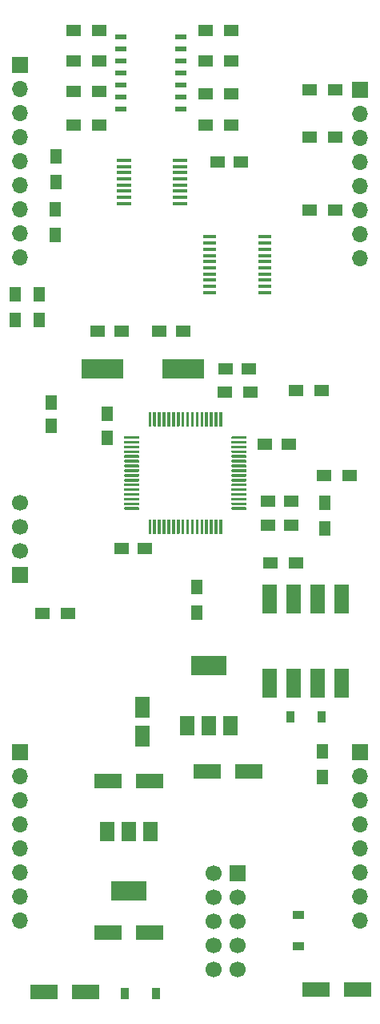
<source format=gbr>
G04 #@! TF.GenerationSoftware,KiCad,Pcbnew,(5.1.4)-1*
G04 #@! TF.CreationDate,2019-11-26T14:30:42+00:00*
G04 #@! TF.ProjectId,MidiMonger,4d696469-4d6f-46e6-9765-722e6b696361,rev?*
G04 #@! TF.SameCoordinates,Original*
G04 #@! TF.FileFunction,Soldermask,Bot*
G04 #@! TF.FilePolarity,Negative*
%FSLAX46Y46*%
G04 Gerber Fmt 4.6, Leading zero omitted, Abs format (unit mm)*
G04 Created by KiCad (PCBNEW (5.1.4)-1) date 2019-11-26 14:30:42*
%MOMM*%
%LPD*%
G04 APERTURE LIST*
%ADD10O,1.700000X1.700000*%
%ADD11R,1.700000X1.700000*%
%ADD12R,1.450000X0.450000*%
%ADD13R,1.500000X1.300000*%
%ADD14R,1.500000X1.250000*%
%ADD15R,1.250000X1.500000*%
%ADD16R,1.600000X2.200000*%
%ADD17R,3.000000X1.600000*%
%ADD18R,0.900000X1.200000*%
%ADD19R,1.200000X0.900000*%
%ADD20C,1.700000*%
%ADD21R,1.300000X1.500000*%
%ADD22C,0.100000*%
%ADD23C,0.300000*%
%ADD24R,1.600000X3.100000*%
%ADD25R,1.143000X0.508000*%
%ADD26R,1.500000X2.000000*%
%ADD27R,3.800000X2.000000*%
%ADD28R,1.500000X0.450000*%
%ADD29R,4.500000X2.000000*%
G04 APERTURE END LIST*
D10*
X98000000Y-67720000D03*
X98000000Y-65180000D03*
X98000000Y-62640000D03*
X98000000Y-60100000D03*
X98000000Y-57560000D03*
X98000000Y-55020000D03*
X98000000Y-52480000D03*
X98000000Y-49940000D03*
D11*
X98000000Y-47400000D03*
D12*
X118050000Y-65575000D03*
X118050000Y-66225000D03*
X118050000Y-66875000D03*
X118050000Y-67525000D03*
X118050000Y-68175000D03*
X118050000Y-68825000D03*
X118050000Y-69475000D03*
X118050000Y-70125000D03*
X118050000Y-70775000D03*
X118050000Y-71425000D03*
X123950000Y-71425000D03*
X123950000Y-70775000D03*
X123950000Y-70125000D03*
X123950000Y-69475000D03*
X123950000Y-68825000D03*
X123950000Y-68175000D03*
X123950000Y-67525000D03*
X123950000Y-66875000D03*
X123950000Y-66225000D03*
X123950000Y-65575000D03*
D13*
X131350000Y-55000000D03*
X128650000Y-55000000D03*
D14*
X126450000Y-87500000D03*
X123950000Y-87500000D03*
X108750000Y-75500000D03*
X106250000Y-75500000D03*
X112750000Y-75500000D03*
X115250000Y-75500000D03*
X124250000Y-96000000D03*
X126750000Y-96000000D03*
X126750000Y-93500000D03*
X124250000Y-93500000D03*
X111250000Y-98500000D03*
X108750000Y-98500000D03*
D15*
X107250000Y-84250000D03*
X107250000Y-86750000D03*
X101300000Y-85550000D03*
X101300000Y-83050000D03*
D16*
X111000000Y-118250000D03*
X111000000Y-115250000D03*
D17*
X117800000Y-122000000D03*
X122200000Y-122000000D03*
X107300000Y-139000000D03*
X111700000Y-139000000D03*
X100550000Y-145250000D03*
X104950000Y-145250000D03*
X133700000Y-145000000D03*
X129300000Y-145000000D03*
X107300000Y-123000000D03*
X111700000Y-123000000D03*
D14*
X119750000Y-79500000D03*
X122250000Y-79500000D03*
X121400000Y-57650000D03*
X118900000Y-57650000D03*
D18*
X112400000Y-145500000D03*
X109100000Y-145500000D03*
D19*
X127500000Y-137150000D03*
X127500000Y-140450000D03*
D20*
X98000000Y-93630000D03*
X98000000Y-96170000D03*
X98000000Y-98710000D03*
D11*
X98000000Y-101250000D03*
D10*
X134000000Y-67780000D03*
X134000000Y-65240000D03*
X134000000Y-62700000D03*
X134000000Y-60160000D03*
X134000000Y-57620000D03*
X134000000Y-55080000D03*
X134000000Y-52540000D03*
D11*
X134000000Y-50000000D03*
X98000000Y-120000000D03*
D10*
X98000000Y-122540000D03*
X98000000Y-125080000D03*
X98000000Y-127620000D03*
X98000000Y-130160000D03*
X98000000Y-132700000D03*
X98000000Y-135240000D03*
X98000000Y-137780000D03*
X134000000Y-137780000D03*
X134000000Y-135240000D03*
X134000000Y-132700000D03*
X134000000Y-130160000D03*
X134000000Y-127620000D03*
X134000000Y-125080000D03*
X134000000Y-122540000D03*
D11*
X134000000Y-120000000D03*
X121000000Y-132750000D03*
D20*
X118460000Y-132750000D03*
X121000000Y-135290000D03*
X118460000Y-135290000D03*
X121000000Y-137830000D03*
X118460000Y-137830000D03*
X121000000Y-140370000D03*
X118460000Y-140370000D03*
X121000000Y-142910000D03*
X118460000Y-142910000D03*
D13*
X122350000Y-82000000D03*
X119650000Y-82000000D03*
D21*
X130000000Y-122600000D03*
X130000000Y-119900000D03*
D13*
X120350000Y-47000000D03*
X117650000Y-47000000D03*
X127250000Y-100000000D03*
X124550000Y-100000000D03*
X106350000Y-47000000D03*
X103650000Y-47000000D03*
X106350000Y-50250000D03*
X103650000Y-50250000D03*
X120350000Y-50500000D03*
X117650000Y-50500000D03*
X120350000Y-43750000D03*
X117650000Y-43750000D03*
X103650000Y-43750000D03*
X106350000Y-43750000D03*
X103650000Y-53750000D03*
X106350000Y-53750000D03*
X120350000Y-53750000D03*
X117650000Y-53750000D03*
X131350000Y-50000000D03*
X128650000Y-50000000D03*
X128650000Y-62750000D03*
X131350000Y-62750000D03*
X132900000Y-90800000D03*
X130200000Y-90800000D03*
D21*
X101800000Y-59750000D03*
X101800000Y-57050000D03*
X101750000Y-65350000D03*
X101750000Y-62650000D03*
X100000000Y-74350000D03*
X100000000Y-71650000D03*
X97500000Y-71650000D03*
X97500000Y-74350000D03*
D13*
X103100000Y-105300000D03*
X100400000Y-105300000D03*
D21*
X130250000Y-96350000D03*
X130250000Y-93650000D03*
D13*
X129900000Y-81800000D03*
X127200000Y-81800000D03*
D21*
X116750000Y-102550000D03*
X116750000Y-105250000D03*
D22*
G36*
X111832351Y-84050361D02*
G01*
X111839632Y-84051441D01*
X111846771Y-84053229D01*
X111853701Y-84055709D01*
X111860355Y-84058856D01*
X111866668Y-84062640D01*
X111872579Y-84067024D01*
X111878033Y-84071967D01*
X111882976Y-84077421D01*
X111887360Y-84083332D01*
X111891144Y-84089645D01*
X111894291Y-84096299D01*
X111896771Y-84103229D01*
X111898559Y-84110368D01*
X111899639Y-84117649D01*
X111900000Y-84125000D01*
X111900000Y-85525000D01*
X111899639Y-85532351D01*
X111898559Y-85539632D01*
X111896771Y-85546771D01*
X111894291Y-85553701D01*
X111891144Y-85560355D01*
X111887360Y-85566668D01*
X111882976Y-85572579D01*
X111878033Y-85578033D01*
X111872579Y-85582976D01*
X111866668Y-85587360D01*
X111860355Y-85591144D01*
X111853701Y-85594291D01*
X111846771Y-85596771D01*
X111839632Y-85598559D01*
X111832351Y-85599639D01*
X111825000Y-85600000D01*
X111675000Y-85600000D01*
X111667649Y-85599639D01*
X111660368Y-85598559D01*
X111653229Y-85596771D01*
X111646299Y-85594291D01*
X111639645Y-85591144D01*
X111633332Y-85587360D01*
X111627421Y-85582976D01*
X111621967Y-85578033D01*
X111617024Y-85572579D01*
X111612640Y-85566668D01*
X111608856Y-85560355D01*
X111605709Y-85553701D01*
X111603229Y-85546771D01*
X111601441Y-85539632D01*
X111600361Y-85532351D01*
X111600000Y-85525000D01*
X111600000Y-84125000D01*
X111600361Y-84117649D01*
X111601441Y-84110368D01*
X111603229Y-84103229D01*
X111605709Y-84096299D01*
X111608856Y-84089645D01*
X111612640Y-84083332D01*
X111617024Y-84077421D01*
X111621967Y-84071967D01*
X111627421Y-84067024D01*
X111633332Y-84062640D01*
X111639645Y-84058856D01*
X111646299Y-84055709D01*
X111653229Y-84053229D01*
X111660368Y-84051441D01*
X111667649Y-84050361D01*
X111675000Y-84050000D01*
X111825000Y-84050000D01*
X111832351Y-84050361D01*
X111832351Y-84050361D01*
G37*
D23*
X111750000Y-84825000D03*
D22*
G36*
X112332351Y-84050361D02*
G01*
X112339632Y-84051441D01*
X112346771Y-84053229D01*
X112353701Y-84055709D01*
X112360355Y-84058856D01*
X112366668Y-84062640D01*
X112372579Y-84067024D01*
X112378033Y-84071967D01*
X112382976Y-84077421D01*
X112387360Y-84083332D01*
X112391144Y-84089645D01*
X112394291Y-84096299D01*
X112396771Y-84103229D01*
X112398559Y-84110368D01*
X112399639Y-84117649D01*
X112400000Y-84125000D01*
X112400000Y-85525000D01*
X112399639Y-85532351D01*
X112398559Y-85539632D01*
X112396771Y-85546771D01*
X112394291Y-85553701D01*
X112391144Y-85560355D01*
X112387360Y-85566668D01*
X112382976Y-85572579D01*
X112378033Y-85578033D01*
X112372579Y-85582976D01*
X112366668Y-85587360D01*
X112360355Y-85591144D01*
X112353701Y-85594291D01*
X112346771Y-85596771D01*
X112339632Y-85598559D01*
X112332351Y-85599639D01*
X112325000Y-85600000D01*
X112175000Y-85600000D01*
X112167649Y-85599639D01*
X112160368Y-85598559D01*
X112153229Y-85596771D01*
X112146299Y-85594291D01*
X112139645Y-85591144D01*
X112133332Y-85587360D01*
X112127421Y-85582976D01*
X112121967Y-85578033D01*
X112117024Y-85572579D01*
X112112640Y-85566668D01*
X112108856Y-85560355D01*
X112105709Y-85553701D01*
X112103229Y-85546771D01*
X112101441Y-85539632D01*
X112100361Y-85532351D01*
X112100000Y-85525000D01*
X112100000Y-84125000D01*
X112100361Y-84117649D01*
X112101441Y-84110368D01*
X112103229Y-84103229D01*
X112105709Y-84096299D01*
X112108856Y-84089645D01*
X112112640Y-84083332D01*
X112117024Y-84077421D01*
X112121967Y-84071967D01*
X112127421Y-84067024D01*
X112133332Y-84062640D01*
X112139645Y-84058856D01*
X112146299Y-84055709D01*
X112153229Y-84053229D01*
X112160368Y-84051441D01*
X112167649Y-84050361D01*
X112175000Y-84050000D01*
X112325000Y-84050000D01*
X112332351Y-84050361D01*
X112332351Y-84050361D01*
G37*
D23*
X112250000Y-84825000D03*
D22*
G36*
X112832351Y-84050361D02*
G01*
X112839632Y-84051441D01*
X112846771Y-84053229D01*
X112853701Y-84055709D01*
X112860355Y-84058856D01*
X112866668Y-84062640D01*
X112872579Y-84067024D01*
X112878033Y-84071967D01*
X112882976Y-84077421D01*
X112887360Y-84083332D01*
X112891144Y-84089645D01*
X112894291Y-84096299D01*
X112896771Y-84103229D01*
X112898559Y-84110368D01*
X112899639Y-84117649D01*
X112900000Y-84125000D01*
X112900000Y-85525000D01*
X112899639Y-85532351D01*
X112898559Y-85539632D01*
X112896771Y-85546771D01*
X112894291Y-85553701D01*
X112891144Y-85560355D01*
X112887360Y-85566668D01*
X112882976Y-85572579D01*
X112878033Y-85578033D01*
X112872579Y-85582976D01*
X112866668Y-85587360D01*
X112860355Y-85591144D01*
X112853701Y-85594291D01*
X112846771Y-85596771D01*
X112839632Y-85598559D01*
X112832351Y-85599639D01*
X112825000Y-85600000D01*
X112675000Y-85600000D01*
X112667649Y-85599639D01*
X112660368Y-85598559D01*
X112653229Y-85596771D01*
X112646299Y-85594291D01*
X112639645Y-85591144D01*
X112633332Y-85587360D01*
X112627421Y-85582976D01*
X112621967Y-85578033D01*
X112617024Y-85572579D01*
X112612640Y-85566668D01*
X112608856Y-85560355D01*
X112605709Y-85553701D01*
X112603229Y-85546771D01*
X112601441Y-85539632D01*
X112600361Y-85532351D01*
X112600000Y-85525000D01*
X112600000Y-84125000D01*
X112600361Y-84117649D01*
X112601441Y-84110368D01*
X112603229Y-84103229D01*
X112605709Y-84096299D01*
X112608856Y-84089645D01*
X112612640Y-84083332D01*
X112617024Y-84077421D01*
X112621967Y-84071967D01*
X112627421Y-84067024D01*
X112633332Y-84062640D01*
X112639645Y-84058856D01*
X112646299Y-84055709D01*
X112653229Y-84053229D01*
X112660368Y-84051441D01*
X112667649Y-84050361D01*
X112675000Y-84050000D01*
X112825000Y-84050000D01*
X112832351Y-84050361D01*
X112832351Y-84050361D01*
G37*
D23*
X112750000Y-84825000D03*
D22*
G36*
X113332351Y-84050361D02*
G01*
X113339632Y-84051441D01*
X113346771Y-84053229D01*
X113353701Y-84055709D01*
X113360355Y-84058856D01*
X113366668Y-84062640D01*
X113372579Y-84067024D01*
X113378033Y-84071967D01*
X113382976Y-84077421D01*
X113387360Y-84083332D01*
X113391144Y-84089645D01*
X113394291Y-84096299D01*
X113396771Y-84103229D01*
X113398559Y-84110368D01*
X113399639Y-84117649D01*
X113400000Y-84125000D01*
X113400000Y-85525000D01*
X113399639Y-85532351D01*
X113398559Y-85539632D01*
X113396771Y-85546771D01*
X113394291Y-85553701D01*
X113391144Y-85560355D01*
X113387360Y-85566668D01*
X113382976Y-85572579D01*
X113378033Y-85578033D01*
X113372579Y-85582976D01*
X113366668Y-85587360D01*
X113360355Y-85591144D01*
X113353701Y-85594291D01*
X113346771Y-85596771D01*
X113339632Y-85598559D01*
X113332351Y-85599639D01*
X113325000Y-85600000D01*
X113175000Y-85600000D01*
X113167649Y-85599639D01*
X113160368Y-85598559D01*
X113153229Y-85596771D01*
X113146299Y-85594291D01*
X113139645Y-85591144D01*
X113133332Y-85587360D01*
X113127421Y-85582976D01*
X113121967Y-85578033D01*
X113117024Y-85572579D01*
X113112640Y-85566668D01*
X113108856Y-85560355D01*
X113105709Y-85553701D01*
X113103229Y-85546771D01*
X113101441Y-85539632D01*
X113100361Y-85532351D01*
X113100000Y-85525000D01*
X113100000Y-84125000D01*
X113100361Y-84117649D01*
X113101441Y-84110368D01*
X113103229Y-84103229D01*
X113105709Y-84096299D01*
X113108856Y-84089645D01*
X113112640Y-84083332D01*
X113117024Y-84077421D01*
X113121967Y-84071967D01*
X113127421Y-84067024D01*
X113133332Y-84062640D01*
X113139645Y-84058856D01*
X113146299Y-84055709D01*
X113153229Y-84053229D01*
X113160368Y-84051441D01*
X113167649Y-84050361D01*
X113175000Y-84050000D01*
X113325000Y-84050000D01*
X113332351Y-84050361D01*
X113332351Y-84050361D01*
G37*
D23*
X113250000Y-84825000D03*
D22*
G36*
X113832351Y-84050361D02*
G01*
X113839632Y-84051441D01*
X113846771Y-84053229D01*
X113853701Y-84055709D01*
X113860355Y-84058856D01*
X113866668Y-84062640D01*
X113872579Y-84067024D01*
X113878033Y-84071967D01*
X113882976Y-84077421D01*
X113887360Y-84083332D01*
X113891144Y-84089645D01*
X113894291Y-84096299D01*
X113896771Y-84103229D01*
X113898559Y-84110368D01*
X113899639Y-84117649D01*
X113900000Y-84125000D01*
X113900000Y-85525000D01*
X113899639Y-85532351D01*
X113898559Y-85539632D01*
X113896771Y-85546771D01*
X113894291Y-85553701D01*
X113891144Y-85560355D01*
X113887360Y-85566668D01*
X113882976Y-85572579D01*
X113878033Y-85578033D01*
X113872579Y-85582976D01*
X113866668Y-85587360D01*
X113860355Y-85591144D01*
X113853701Y-85594291D01*
X113846771Y-85596771D01*
X113839632Y-85598559D01*
X113832351Y-85599639D01*
X113825000Y-85600000D01*
X113675000Y-85600000D01*
X113667649Y-85599639D01*
X113660368Y-85598559D01*
X113653229Y-85596771D01*
X113646299Y-85594291D01*
X113639645Y-85591144D01*
X113633332Y-85587360D01*
X113627421Y-85582976D01*
X113621967Y-85578033D01*
X113617024Y-85572579D01*
X113612640Y-85566668D01*
X113608856Y-85560355D01*
X113605709Y-85553701D01*
X113603229Y-85546771D01*
X113601441Y-85539632D01*
X113600361Y-85532351D01*
X113600000Y-85525000D01*
X113600000Y-84125000D01*
X113600361Y-84117649D01*
X113601441Y-84110368D01*
X113603229Y-84103229D01*
X113605709Y-84096299D01*
X113608856Y-84089645D01*
X113612640Y-84083332D01*
X113617024Y-84077421D01*
X113621967Y-84071967D01*
X113627421Y-84067024D01*
X113633332Y-84062640D01*
X113639645Y-84058856D01*
X113646299Y-84055709D01*
X113653229Y-84053229D01*
X113660368Y-84051441D01*
X113667649Y-84050361D01*
X113675000Y-84050000D01*
X113825000Y-84050000D01*
X113832351Y-84050361D01*
X113832351Y-84050361D01*
G37*
D23*
X113750000Y-84825000D03*
D22*
G36*
X114332351Y-84050361D02*
G01*
X114339632Y-84051441D01*
X114346771Y-84053229D01*
X114353701Y-84055709D01*
X114360355Y-84058856D01*
X114366668Y-84062640D01*
X114372579Y-84067024D01*
X114378033Y-84071967D01*
X114382976Y-84077421D01*
X114387360Y-84083332D01*
X114391144Y-84089645D01*
X114394291Y-84096299D01*
X114396771Y-84103229D01*
X114398559Y-84110368D01*
X114399639Y-84117649D01*
X114400000Y-84125000D01*
X114400000Y-85525000D01*
X114399639Y-85532351D01*
X114398559Y-85539632D01*
X114396771Y-85546771D01*
X114394291Y-85553701D01*
X114391144Y-85560355D01*
X114387360Y-85566668D01*
X114382976Y-85572579D01*
X114378033Y-85578033D01*
X114372579Y-85582976D01*
X114366668Y-85587360D01*
X114360355Y-85591144D01*
X114353701Y-85594291D01*
X114346771Y-85596771D01*
X114339632Y-85598559D01*
X114332351Y-85599639D01*
X114325000Y-85600000D01*
X114175000Y-85600000D01*
X114167649Y-85599639D01*
X114160368Y-85598559D01*
X114153229Y-85596771D01*
X114146299Y-85594291D01*
X114139645Y-85591144D01*
X114133332Y-85587360D01*
X114127421Y-85582976D01*
X114121967Y-85578033D01*
X114117024Y-85572579D01*
X114112640Y-85566668D01*
X114108856Y-85560355D01*
X114105709Y-85553701D01*
X114103229Y-85546771D01*
X114101441Y-85539632D01*
X114100361Y-85532351D01*
X114100000Y-85525000D01*
X114100000Y-84125000D01*
X114100361Y-84117649D01*
X114101441Y-84110368D01*
X114103229Y-84103229D01*
X114105709Y-84096299D01*
X114108856Y-84089645D01*
X114112640Y-84083332D01*
X114117024Y-84077421D01*
X114121967Y-84071967D01*
X114127421Y-84067024D01*
X114133332Y-84062640D01*
X114139645Y-84058856D01*
X114146299Y-84055709D01*
X114153229Y-84053229D01*
X114160368Y-84051441D01*
X114167649Y-84050361D01*
X114175000Y-84050000D01*
X114325000Y-84050000D01*
X114332351Y-84050361D01*
X114332351Y-84050361D01*
G37*
D23*
X114250000Y-84825000D03*
D22*
G36*
X114832351Y-84050361D02*
G01*
X114839632Y-84051441D01*
X114846771Y-84053229D01*
X114853701Y-84055709D01*
X114860355Y-84058856D01*
X114866668Y-84062640D01*
X114872579Y-84067024D01*
X114878033Y-84071967D01*
X114882976Y-84077421D01*
X114887360Y-84083332D01*
X114891144Y-84089645D01*
X114894291Y-84096299D01*
X114896771Y-84103229D01*
X114898559Y-84110368D01*
X114899639Y-84117649D01*
X114900000Y-84125000D01*
X114900000Y-85525000D01*
X114899639Y-85532351D01*
X114898559Y-85539632D01*
X114896771Y-85546771D01*
X114894291Y-85553701D01*
X114891144Y-85560355D01*
X114887360Y-85566668D01*
X114882976Y-85572579D01*
X114878033Y-85578033D01*
X114872579Y-85582976D01*
X114866668Y-85587360D01*
X114860355Y-85591144D01*
X114853701Y-85594291D01*
X114846771Y-85596771D01*
X114839632Y-85598559D01*
X114832351Y-85599639D01*
X114825000Y-85600000D01*
X114675000Y-85600000D01*
X114667649Y-85599639D01*
X114660368Y-85598559D01*
X114653229Y-85596771D01*
X114646299Y-85594291D01*
X114639645Y-85591144D01*
X114633332Y-85587360D01*
X114627421Y-85582976D01*
X114621967Y-85578033D01*
X114617024Y-85572579D01*
X114612640Y-85566668D01*
X114608856Y-85560355D01*
X114605709Y-85553701D01*
X114603229Y-85546771D01*
X114601441Y-85539632D01*
X114600361Y-85532351D01*
X114600000Y-85525000D01*
X114600000Y-84125000D01*
X114600361Y-84117649D01*
X114601441Y-84110368D01*
X114603229Y-84103229D01*
X114605709Y-84096299D01*
X114608856Y-84089645D01*
X114612640Y-84083332D01*
X114617024Y-84077421D01*
X114621967Y-84071967D01*
X114627421Y-84067024D01*
X114633332Y-84062640D01*
X114639645Y-84058856D01*
X114646299Y-84055709D01*
X114653229Y-84053229D01*
X114660368Y-84051441D01*
X114667649Y-84050361D01*
X114675000Y-84050000D01*
X114825000Y-84050000D01*
X114832351Y-84050361D01*
X114832351Y-84050361D01*
G37*
D23*
X114750000Y-84825000D03*
D22*
G36*
X115332351Y-84050361D02*
G01*
X115339632Y-84051441D01*
X115346771Y-84053229D01*
X115353701Y-84055709D01*
X115360355Y-84058856D01*
X115366668Y-84062640D01*
X115372579Y-84067024D01*
X115378033Y-84071967D01*
X115382976Y-84077421D01*
X115387360Y-84083332D01*
X115391144Y-84089645D01*
X115394291Y-84096299D01*
X115396771Y-84103229D01*
X115398559Y-84110368D01*
X115399639Y-84117649D01*
X115400000Y-84125000D01*
X115400000Y-85525000D01*
X115399639Y-85532351D01*
X115398559Y-85539632D01*
X115396771Y-85546771D01*
X115394291Y-85553701D01*
X115391144Y-85560355D01*
X115387360Y-85566668D01*
X115382976Y-85572579D01*
X115378033Y-85578033D01*
X115372579Y-85582976D01*
X115366668Y-85587360D01*
X115360355Y-85591144D01*
X115353701Y-85594291D01*
X115346771Y-85596771D01*
X115339632Y-85598559D01*
X115332351Y-85599639D01*
X115325000Y-85600000D01*
X115175000Y-85600000D01*
X115167649Y-85599639D01*
X115160368Y-85598559D01*
X115153229Y-85596771D01*
X115146299Y-85594291D01*
X115139645Y-85591144D01*
X115133332Y-85587360D01*
X115127421Y-85582976D01*
X115121967Y-85578033D01*
X115117024Y-85572579D01*
X115112640Y-85566668D01*
X115108856Y-85560355D01*
X115105709Y-85553701D01*
X115103229Y-85546771D01*
X115101441Y-85539632D01*
X115100361Y-85532351D01*
X115100000Y-85525000D01*
X115100000Y-84125000D01*
X115100361Y-84117649D01*
X115101441Y-84110368D01*
X115103229Y-84103229D01*
X115105709Y-84096299D01*
X115108856Y-84089645D01*
X115112640Y-84083332D01*
X115117024Y-84077421D01*
X115121967Y-84071967D01*
X115127421Y-84067024D01*
X115133332Y-84062640D01*
X115139645Y-84058856D01*
X115146299Y-84055709D01*
X115153229Y-84053229D01*
X115160368Y-84051441D01*
X115167649Y-84050361D01*
X115175000Y-84050000D01*
X115325000Y-84050000D01*
X115332351Y-84050361D01*
X115332351Y-84050361D01*
G37*
D23*
X115250000Y-84825000D03*
D22*
G36*
X115832351Y-84050361D02*
G01*
X115839632Y-84051441D01*
X115846771Y-84053229D01*
X115853701Y-84055709D01*
X115860355Y-84058856D01*
X115866668Y-84062640D01*
X115872579Y-84067024D01*
X115878033Y-84071967D01*
X115882976Y-84077421D01*
X115887360Y-84083332D01*
X115891144Y-84089645D01*
X115894291Y-84096299D01*
X115896771Y-84103229D01*
X115898559Y-84110368D01*
X115899639Y-84117649D01*
X115900000Y-84125000D01*
X115900000Y-85525000D01*
X115899639Y-85532351D01*
X115898559Y-85539632D01*
X115896771Y-85546771D01*
X115894291Y-85553701D01*
X115891144Y-85560355D01*
X115887360Y-85566668D01*
X115882976Y-85572579D01*
X115878033Y-85578033D01*
X115872579Y-85582976D01*
X115866668Y-85587360D01*
X115860355Y-85591144D01*
X115853701Y-85594291D01*
X115846771Y-85596771D01*
X115839632Y-85598559D01*
X115832351Y-85599639D01*
X115825000Y-85600000D01*
X115675000Y-85600000D01*
X115667649Y-85599639D01*
X115660368Y-85598559D01*
X115653229Y-85596771D01*
X115646299Y-85594291D01*
X115639645Y-85591144D01*
X115633332Y-85587360D01*
X115627421Y-85582976D01*
X115621967Y-85578033D01*
X115617024Y-85572579D01*
X115612640Y-85566668D01*
X115608856Y-85560355D01*
X115605709Y-85553701D01*
X115603229Y-85546771D01*
X115601441Y-85539632D01*
X115600361Y-85532351D01*
X115600000Y-85525000D01*
X115600000Y-84125000D01*
X115600361Y-84117649D01*
X115601441Y-84110368D01*
X115603229Y-84103229D01*
X115605709Y-84096299D01*
X115608856Y-84089645D01*
X115612640Y-84083332D01*
X115617024Y-84077421D01*
X115621967Y-84071967D01*
X115627421Y-84067024D01*
X115633332Y-84062640D01*
X115639645Y-84058856D01*
X115646299Y-84055709D01*
X115653229Y-84053229D01*
X115660368Y-84051441D01*
X115667649Y-84050361D01*
X115675000Y-84050000D01*
X115825000Y-84050000D01*
X115832351Y-84050361D01*
X115832351Y-84050361D01*
G37*
D23*
X115750000Y-84825000D03*
D22*
G36*
X116332351Y-84050361D02*
G01*
X116339632Y-84051441D01*
X116346771Y-84053229D01*
X116353701Y-84055709D01*
X116360355Y-84058856D01*
X116366668Y-84062640D01*
X116372579Y-84067024D01*
X116378033Y-84071967D01*
X116382976Y-84077421D01*
X116387360Y-84083332D01*
X116391144Y-84089645D01*
X116394291Y-84096299D01*
X116396771Y-84103229D01*
X116398559Y-84110368D01*
X116399639Y-84117649D01*
X116400000Y-84125000D01*
X116400000Y-85525000D01*
X116399639Y-85532351D01*
X116398559Y-85539632D01*
X116396771Y-85546771D01*
X116394291Y-85553701D01*
X116391144Y-85560355D01*
X116387360Y-85566668D01*
X116382976Y-85572579D01*
X116378033Y-85578033D01*
X116372579Y-85582976D01*
X116366668Y-85587360D01*
X116360355Y-85591144D01*
X116353701Y-85594291D01*
X116346771Y-85596771D01*
X116339632Y-85598559D01*
X116332351Y-85599639D01*
X116325000Y-85600000D01*
X116175000Y-85600000D01*
X116167649Y-85599639D01*
X116160368Y-85598559D01*
X116153229Y-85596771D01*
X116146299Y-85594291D01*
X116139645Y-85591144D01*
X116133332Y-85587360D01*
X116127421Y-85582976D01*
X116121967Y-85578033D01*
X116117024Y-85572579D01*
X116112640Y-85566668D01*
X116108856Y-85560355D01*
X116105709Y-85553701D01*
X116103229Y-85546771D01*
X116101441Y-85539632D01*
X116100361Y-85532351D01*
X116100000Y-85525000D01*
X116100000Y-84125000D01*
X116100361Y-84117649D01*
X116101441Y-84110368D01*
X116103229Y-84103229D01*
X116105709Y-84096299D01*
X116108856Y-84089645D01*
X116112640Y-84083332D01*
X116117024Y-84077421D01*
X116121967Y-84071967D01*
X116127421Y-84067024D01*
X116133332Y-84062640D01*
X116139645Y-84058856D01*
X116146299Y-84055709D01*
X116153229Y-84053229D01*
X116160368Y-84051441D01*
X116167649Y-84050361D01*
X116175000Y-84050000D01*
X116325000Y-84050000D01*
X116332351Y-84050361D01*
X116332351Y-84050361D01*
G37*
D23*
X116250000Y-84825000D03*
D22*
G36*
X116832351Y-84050361D02*
G01*
X116839632Y-84051441D01*
X116846771Y-84053229D01*
X116853701Y-84055709D01*
X116860355Y-84058856D01*
X116866668Y-84062640D01*
X116872579Y-84067024D01*
X116878033Y-84071967D01*
X116882976Y-84077421D01*
X116887360Y-84083332D01*
X116891144Y-84089645D01*
X116894291Y-84096299D01*
X116896771Y-84103229D01*
X116898559Y-84110368D01*
X116899639Y-84117649D01*
X116900000Y-84125000D01*
X116900000Y-85525000D01*
X116899639Y-85532351D01*
X116898559Y-85539632D01*
X116896771Y-85546771D01*
X116894291Y-85553701D01*
X116891144Y-85560355D01*
X116887360Y-85566668D01*
X116882976Y-85572579D01*
X116878033Y-85578033D01*
X116872579Y-85582976D01*
X116866668Y-85587360D01*
X116860355Y-85591144D01*
X116853701Y-85594291D01*
X116846771Y-85596771D01*
X116839632Y-85598559D01*
X116832351Y-85599639D01*
X116825000Y-85600000D01*
X116675000Y-85600000D01*
X116667649Y-85599639D01*
X116660368Y-85598559D01*
X116653229Y-85596771D01*
X116646299Y-85594291D01*
X116639645Y-85591144D01*
X116633332Y-85587360D01*
X116627421Y-85582976D01*
X116621967Y-85578033D01*
X116617024Y-85572579D01*
X116612640Y-85566668D01*
X116608856Y-85560355D01*
X116605709Y-85553701D01*
X116603229Y-85546771D01*
X116601441Y-85539632D01*
X116600361Y-85532351D01*
X116600000Y-85525000D01*
X116600000Y-84125000D01*
X116600361Y-84117649D01*
X116601441Y-84110368D01*
X116603229Y-84103229D01*
X116605709Y-84096299D01*
X116608856Y-84089645D01*
X116612640Y-84083332D01*
X116617024Y-84077421D01*
X116621967Y-84071967D01*
X116627421Y-84067024D01*
X116633332Y-84062640D01*
X116639645Y-84058856D01*
X116646299Y-84055709D01*
X116653229Y-84053229D01*
X116660368Y-84051441D01*
X116667649Y-84050361D01*
X116675000Y-84050000D01*
X116825000Y-84050000D01*
X116832351Y-84050361D01*
X116832351Y-84050361D01*
G37*
D23*
X116750000Y-84825000D03*
D22*
G36*
X117332351Y-84050361D02*
G01*
X117339632Y-84051441D01*
X117346771Y-84053229D01*
X117353701Y-84055709D01*
X117360355Y-84058856D01*
X117366668Y-84062640D01*
X117372579Y-84067024D01*
X117378033Y-84071967D01*
X117382976Y-84077421D01*
X117387360Y-84083332D01*
X117391144Y-84089645D01*
X117394291Y-84096299D01*
X117396771Y-84103229D01*
X117398559Y-84110368D01*
X117399639Y-84117649D01*
X117400000Y-84125000D01*
X117400000Y-85525000D01*
X117399639Y-85532351D01*
X117398559Y-85539632D01*
X117396771Y-85546771D01*
X117394291Y-85553701D01*
X117391144Y-85560355D01*
X117387360Y-85566668D01*
X117382976Y-85572579D01*
X117378033Y-85578033D01*
X117372579Y-85582976D01*
X117366668Y-85587360D01*
X117360355Y-85591144D01*
X117353701Y-85594291D01*
X117346771Y-85596771D01*
X117339632Y-85598559D01*
X117332351Y-85599639D01*
X117325000Y-85600000D01*
X117175000Y-85600000D01*
X117167649Y-85599639D01*
X117160368Y-85598559D01*
X117153229Y-85596771D01*
X117146299Y-85594291D01*
X117139645Y-85591144D01*
X117133332Y-85587360D01*
X117127421Y-85582976D01*
X117121967Y-85578033D01*
X117117024Y-85572579D01*
X117112640Y-85566668D01*
X117108856Y-85560355D01*
X117105709Y-85553701D01*
X117103229Y-85546771D01*
X117101441Y-85539632D01*
X117100361Y-85532351D01*
X117100000Y-85525000D01*
X117100000Y-84125000D01*
X117100361Y-84117649D01*
X117101441Y-84110368D01*
X117103229Y-84103229D01*
X117105709Y-84096299D01*
X117108856Y-84089645D01*
X117112640Y-84083332D01*
X117117024Y-84077421D01*
X117121967Y-84071967D01*
X117127421Y-84067024D01*
X117133332Y-84062640D01*
X117139645Y-84058856D01*
X117146299Y-84055709D01*
X117153229Y-84053229D01*
X117160368Y-84051441D01*
X117167649Y-84050361D01*
X117175000Y-84050000D01*
X117325000Y-84050000D01*
X117332351Y-84050361D01*
X117332351Y-84050361D01*
G37*
D23*
X117250000Y-84825000D03*
D22*
G36*
X117832351Y-84050361D02*
G01*
X117839632Y-84051441D01*
X117846771Y-84053229D01*
X117853701Y-84055709D01*
X117860355Y-84058856D01*
X117866668Y-84062640D01*
X117872579Y-84067024D01*
X117878033Y-84071967D01*
X117882976Y-84077421D01*
X117887360Y-84083332D01*
X117891144Y-84089645D01*
X117894291Y-84096299D01*
X117896771Y-84103229D01*
X117898559Y-84110368D01*
X117899639Y-84117649D01*
X117900000Y-84125000D01*
X117900000Y-85525000D01*
X117899639Y-85532351D01*
X117898559Y-85539632D01*
X117896771Y-85546771D01*
X117894291Y-85553701D01*
X117891144Y-85560355D01*
X117887360Y-85566668D01*
X117882976Y-85572579D01*
X117878033Y-85578033D01*
X117872579Y-85582976D01*
X117866668Y-85587360D01*
X117860355Y-85591144D01*
X117853701Y-85594291D01*
X117846771Y-85596771D01*
X117839632Y-85598559D01*
X117832351Y-85599639D01*
X117825000Y-85600000D01*
X117675000Y-85600000D01*
X117667649Y-85599639D01*
X117660368Y-85598559D01*
X117653229Y-85596771D01*
X117646299Y-85594291D01*
X117639645Y-85591144D01*
X117633332Y-85587360D01*
X117627421Y-85582976D01*
X117621967Y-85578033D01*
X117617024Y-85572579D01*
X117612640Y-85566668D01*
X117608856Y-85560355D01*
X117605709Y-85553701D01*
X117603229Y-85546771D01*
X117601441Y-85539632D01*
X117600361Y-85532351D01*
X117600000Y-85525000D01*
X117600000Y-84125000D01*
X117600361Y-84117649D01*
X117601441Y-84110368D01*
X117603229Y-84103229D01*
X117605709Y-84096299D01*
X117608856Y-84089645D01*
X117612640Y-84083332D01*
X117617024Y-84077421D01*
X117621967Y-84071967D01*
X117627421Y-84067024D01*
X117633332Y-84062640D01*
X117639645Y-84058856D01*
X117646299Y-84055709D01*
X117653229Y-84053229D01*
X117660368Y-84051441D01*
X117667649Y-84050361D01*
X117675000Y-84050000D01*
X117825000Y-84050000D01*
X117832351Y-84050361D01*
X117832351Y-84050361D01*
G37*
D23*
X117750000Y-84825000D03*
D22*
G36*
X118332351Y-84050361D02*
G01*
X118339632Y-84051441D01*
X118346771Y-84053229D01*
X118353701Y-84055709D01*
X118360355Y-84058856D01*
X118366668Y-84062640D01*
X118372579Y-84067024D01*
X118378033Y-84071967D01*
X118382976Y-84077421D01*
X118387360Y-84083332D01*
X118391144Y-84089645D01*
X118394291Y-84096299D01*
X118396771Y-84103229D01*
X118398559Y-84110368D01*
X118399639Y-84117649D01*
X118400000Y-84125000D01*
X118400000Y-85525000D01*
X118399639Y-85532351D01*
X118398559Y-85539632D01*
X118396771Y-85546771D01*
X118394291Y-85553701D01*
X118391144Y-85560355D01*
X118387360Y-85566668D01*
X118382976Y-85572579D01*
X118378033Y-85578033D01*
X118372579Y-85582976D01*
X118366668Y-85587360D01*
X118360355Y-85591144D01*
X118353701Y-85594291D01*
X118346771Y-85596771D01*
X118339632Y-85598559D01*
X118332351Y-85599639D01*
X118325000Y-85600000D01*
X118175000Y-85600000D01*
X118167649Y-85599639D01*
X118160368Y-85598559D01*
X118153229Y-85596771D01*
X118146299Y-85594291D01*
X118139645Y-85591144D01*
X118133332Y-85587360D01*
X118127421Y-85582976D01*
X118121967Y-85578033D01*
X118117024Y-85572579D01*
X118112640Y-85566668D01*
X118108856Y-85560355D01*
X118105709Y-85553701D01*
X118103229Y-85546771D01*
X118101441Y-85539632D01*
X118100361Y-85532351D01*
X118100000Y-85525000D01*
X118100000Y-84125000D01*
X118100361Y-84117649D01*
X118101441Y-84110368D01*
X118103229Y-84103229D01*
X118105709Y-84096299D01*
X118108856Y-84089645D01*
X118112640Y-84083332D01*
X118117024Y-84077421D01*
X118121967Y-84071967D01*
X118127421Y-84067024D01*
X118133332Y-84062640D01*
X118139645Y-84058856D01*
X118146299Y-84055709D01*
X118153229Y-84053229D01*
X118160368Y-84051441D01*
X118167649Y-84050361D01*
X118175000Y-84050000D01*
X118325000Y-84050000D01*
X118332351Y-84050361D01*
X118332351Y-84050361D01*
G37*
D23*
X118250000Y-84825000D03*
D22*
G36*
X118832351Y-84050361D02*
G01*
X118839632Y-84051441D01*
X118846771Y-84053229D01*
X118853701Y-84055709D01*
X118860355Y-84058856D01*
X118866668Y-84062640D01*
X118872579Y-84067024D01*
X118878033Y-84071967D01*
X118882976Y-84077421D01*
X118887360Y-84083332D01*
X118891144Y-84089645D01*
X118894291Y-84096299D01*
X118896771Y-84103229D01*
X118898559Y-84110368D01*
X118899639Y-84117649D01*
X118900000Y-84125000D01*
X118900000Y-85525000D01*
X118899639Y-85532351D01*
X118898559Y-85539632D01*
X118896771Y-85546771D01*
X118894291Y-85553701D01*
X118891144Y-85560355D01*
X118887360Y-85566668D01*
X118882976Y-85572579D01*
X118878033Y-85578033D01*
X118872579Y-85582976D01*
X118866668Y-85587360D01*
X118860355Y-85591144D01*
X118853701Y-85594291D01*
X118846771Y-85596771D01*
X118839632Y-85598559D01*
X118832351Y-85599639D01*
X118825000Y-85600000D01*
X118675000Y-85600000D01*
X118667649Y-85599639D01*
X118660368Y-85598559D01*
X118653229Y-85596771D01*
X118646299Y-85594291D01*
X118639645Y-85591144D01*
X118633332Y-85587360D01*
X118627421Y-85582976D01*
X118621967Y-85578033D01*
X118617024Y-85572579D01*
X118612640Y-85566668D01*
X118608856Y-85560355D01*
X118605709Y-85553701D01*
X118603229Y-85546771D01*
X118601441Y-85539632D01*
X118600361Y-85532351D01*
X118600000Y-85525000D01*
X118600000Y-84125000D01*
X118600361Y-84117649D01*
X118601441Y-84110368D01*
X118603229Y-84103229D01*
X118605709Y-84096299D01*
X118608856Y-84089645D01*
X118612640Y-84083332D01*
X118617024Y-84077421D01*
X118621967Y-84071967D01*
X118627421Y-84067024D01*
X118633332Y-84062640D01*
X118639645Y-84058856D01*
X118646299Y-84055709D01*
X118653229Y-84053229D01*
X118660368Y-84051441D01*
X118667649Y-84050361D01*
X118675000Y-84050000D01*
X118825000Y-84050000D01*
X118832351Y-84050361D01*
X118832351Y-84050361D01*
G37*
D23*
X118750000Y-84825000D03*
D22*
G36*
X119332351Y-84050361D02*
G01*
X119339632Y-84051441D01*
X119346771Y-84053229D01*
X119353701Y-84055709D01*
X119360355Y-84058856D01*
X119366668Y-84062640D01*
X119372579Y-84067024D01*
X119378033Y-84071967D01*
X119382976Y-84077421D01*
X119387360Y-84083332D01*
X119391144Y-84089645D01*
X119394291Y-84096299D01*
X119396771Y-84103229D01*
X119398559Y-84110368D01*
X119399639Y-84117649D01*
X119400000Y-84125000D01*
X119400000Y-85525000D01*
X119399639Y-85532351D01*
X119398559Y-85539632D01*
X119396771Y-85546771D01*
X119394291Y-85553701D01*
X119391144Y-85560355D01*
X119387360Y-85566668D01*
X119382976Y-85572579D01*
X119378033Y-85578033D01*
X119372579Y-85582976D01*
X119366668Y-85587360D01*
X119360355Y-85591144D01*
X119353701Y-85594291D01*
X119346771Y-85596771D01*
X119339632Y-85598559D01*
X119332351Y-85599639D01*
X119325000Y-85600000D01*
X119175000Y-85600000D01*
X119167649Y-85599639D01*
X119160368Y-85598559D01*
X119153229Y-85596771D01*
X119146299Y-85594291D01*
X119139645Y-85591144D01*
X119133332Y-85587360D01*
X119127421Y-85582976D01*
X119121967Y-85578033D01*
X119117024Y-85572579D01*
X119112640Y-85566668D01*
X119108856Y-85560355D01*
X119105709Y-85553701D01*
X119103229Y-85546771D01*
X119101441Y-85539632D01*
X119100361Y-85532351D01*
X119100000Y-85525000D01*
X119100000Y-84125000D01*
X119100361Y-84117649D01*
X119101441Y-84110368D01*
X119103229Y-84103229D01*
X119105709Y-84096299D01*
X119108856Y-84089645D01*
X119112640Y-84083332D01*
X119117024Y-84077421D01*
X119121967Y-84071967D01*
X119127421Y-84067024D01*
X119133332Y-84062640D01*
X119139645Y-84058856D01*
X119146299Y-84055709D01*
X119153229Y-84053229D01*
X119160368Y-84051441D01*
X119167649Y-84050361D01*
X119175000Y-84050000D01*
X119325000Y-84050000D01*
X119332351Y-84050361D01*
X119332351Y-84050361D01*
G37*
D23*
X119250000Y-84825000D03*
D22*
G36*
X121882351Y-86600361D02*
G01*
X121889632Y-86601441D01*
X121896771Y-86603229D01*
X121903701Y-86605709D01*
X121910355Y-86608856D01*
X121916668Y-86612640D01*
X121922579Y-86617024D01*
X121928033Y-86621967D01*
X121932976Y-86627421D01*
X121937360Y-86633332D01*
X121941144Y-86639645D01*
X121944291Y-86646299D01*
X121946771Y-86653229D01*
X121948559Y-86660368D01*
X121949639Y-86667649D01*
X121950000Y-86675000D01*
X121950000Y-86825000D01*
X121949639Y-86832351D01*
X121948559Y-86839632D01*
X121946771Y-86846771D01*
X121944291Y-86853701D01*
X121941144Y-86860355D01*
X121937360Y-86866668D01*
X121932976Y-86872579D01*
X121928033Y-86878033D01*
X121922579Y-86882976D01*
X121916668Y-86887360D01*
X121910355Y-86891144D01*
X121903701Y-86894291D01*
X121896771Y-86896771D01*
X121889632Y-86898559D01*
X121882351Y-86899639D01*
X121875000Y-86900000D01*
X120475000Y-86900000D01*
X120467649Y-86899639D01*
X120460368Y-86898559D01*
X120453229Y-86896771D01*
X120446299Y-86894291D01*
X120439645Y-86891144D01*
X120433332Y-86887360D01*
X120427421Y-86882976D01*
X120421967Y-86878033D01*
X120417024Y-86872579D01*
X120412640Y-86866668D01*
X120408856Y-86860355D01*
X120405709Y-86853701D01*
X120403229Y-86846771D01*
X120401441Y-86839632D01*
X120400361Y-86832351D01*
X120400000Y-86825000D01*
X120400000Y-86675000D01*
X120400361Y-86667649D01*
X120401441Y-86660368D01*
X120403229Y-86653229D01*
X120405709Y-86646299D01*
X120408856Y-86639645D01*
X120412640Y-86633332D01*
X120417024Y-86627421D01*
X120421967Y-86621967D01*
X120427421Y-86617024D01*
X120433332Y-86612640D01*
X120439645Y-86608856D01*
X120446299Y-86605709D01*
X120453229Y-86603229D01*
X120460368Y-86601441D01*
X120467649Y-86600361D01*
X120475000Y-86600000D01*
X121875000Y-86600000D01*
X121882351Y-86600361D01*
X121882351Y-86600361D01*
G37*
D23*
X121175000Y-86750000D03*
D22*
G36*
X121882351Y-87100361D02*
G01*
X121889632Y-87101441D01*
X121896771Y-87103229D01*
X121903701Y-87105709D01*
X121910355Y-87108856D01*
X121916668Y-87112640D01*
X121922579Y-87117024D01*
X121928033Y-87121967D01*
X121932976Y-87127421D01*
X121937360Y-87133332D01*
X121941144Y-87139645D01*
X121944291Y-87146299D01*
X121946771Y-87153229D01*
X121948559Y-87160368D01*
X121949639Y-87167649D01*
X121950000Y-87175000D01*
X121950000Y-87325000D01*
X121949639Y-87332351D01*
X121948559Y-87339632D01*
X121946771Y-87346771D01*
X121944291Y-87353701D01*
X121941144Y-87360355D01*
X121937360Y-87366668D01*
X121932976Y-87372579D01*
X121928033Y-87378033D01*
X121922579Y-87382976D01*
X121916668Y-87387360D01*
X121910355Y-87391144D01*
X121903701Y-87394291D01*
X121896771Y-87396771D01*
X121889632Y-87398559D01*
X121882351Y-87399639D01*
X121875000Y-87400000D01*
X120475000Y-87400000D01*
X120467649Y-87399639D01*
X120460368Y-87398559D01*
X120453229Y-87396771D01*
X120446299Y-87394291D01*
X120439645Y-87391144D01*
X120433332Y-87387360D01*
X120427421Y-87382976D01*
X120421967Y-87378033D01*
X120417024Y-87372579D01*
X120412640Y-87366668D01*
X120408856Y-87360355D01*
X120405709Y-87353701D01*
X120403229Y-87346771D01*
X120401441Y-87339632D01*
X120400361Y-87332351D01*
X120400000Y-87325000D01*
X120400000Y-87175000D01*
X120400361Y-87167649D01*
X120401441Y-87160368D01*
X120403229Y-87153229D01*
X120405709Y-87146299D01*
X120408856Y-87139645D01*
X120412640Y-87133332D01*
X120417024Y-87127421D01*
X120421967Y-87121967D01*
X120427421Y-87117024D01*
X120433332Y-87112640D01*
X120439645Y-87108856D01*
X120446299Y-87105709D01*
X120453229Y-87103229D01*
X120460368Y-87101441D01*
X120467649Y-87100361D01*
X120475000Y-87100000D01*
X121875000Y-87100000D01*
X121882351Y-87100361D01*
X121882351Y-87100361D01*
G37*
D23*
X121175000Y-87250000D03*
D22*
G36*
X121882351Y-87600361D02*
G01*
X121889632Y-87601441D01*
X121896771Y-87603229D01*
X121903701Y-87605709D01*
X121910355Y-87608856D01*
X121916668Y-87612640D01*
X121922579Y-87617024D01*
X121928033Y-87621967D01*
X121932976Y-87627421D01*
X121937360Y-87633332D01*
X121941144Y-87639645D01*
X121944291Y-87646299D01*
X121946771Y-87653229D01*
X121948559Y-87660368D01*
X121949639Y-87667649D01*
X121950000Y-87675000D01*
X121950000Y-87825000D01*
X121949639Y-87832351D01*
X121948559Y-87839632D01*
X121946771Y-87846771D01*
X121944291Y-87853701D01*
X121941144Y-87860355D01*
X121937360Y-87866668D01*
X121932976Y-87872579D01*
X121928033Y-87878033D01*
X121922579Y-87882976D01*
X121916668Y-87887360D01*
X121910355Y-87891144D01*
X121903701Y-87894291D01*
X121896771Y-87896771D01*
X121889632Y-87898559D01*
X121882351Y-87899639D01*
X121875000Y-87900000D01*
X120475000Y-87900000D01*
X120467649Y-87899639D01*
X120460368Y-87898559D01*
X120453229Y-87896771D01*
X120446299Y-87894291D01*
X120439645Y-87891144D01*
X120433332Y-87887360D01*
X120427421Y-87882976D01*
X120421967Y-87878033D01*
X120417024Y-87872579D01*
X120412640Y-87866668D01*
X120408856Y-87860355D01*
X120405709Y-87853701D01*
X120403229Y-87846771D01*
X120401441Y-87839632D01*
X120400361Y-87832351D01*
X120400000Y-87825000D01*
X120400000Y-87675000D01*
X120400361Y-87667649D01*
X120401441Y-87660368D01*
X120403229Y-87653229D01*
X120405709Y-87646299D01*
X120408856Y-87639645D01*
X120412640Y-87633332D01*
X120417024Y-87627421D01*
X120421967Y-87621967D01*
X120427421Y-87617024D01*
X120433332Y-87612640D01*
X120439645Y-87608856D01*
X120446299Y-87605709D01*
X120453229Y-87603229D01*
X120460368Y-87601441D01*
X120467649Y-87600361D01*
X120475000Y-87600000D01*
X121875000Y-87600000D01*
X121882351Y-87600361D01*
X121882351Y-87600361D01*
G37*
D23*
X121175000Y-87750000D03*
D22*
G36*
X121882351Y-88100361D02*
G01*
X121889632Y-88101441D01*
X121896771Y-88103229D01*
X121903701Y-88105709D01*
X121910355Y-88108856D01*
X121916668Y-88112640D01*
X121922579Y-88117024D01*
X121928033Y-88121967D01*
X121932976Y-88127421D01*
X121937360Y-88133332D01*
X121941144Y-88139645D01*
X121944291Y-88146299D01*
X121946771Y-88153229D01*
X121948559Y-88160368D01*
X121949639Y-88167649D01*
X121950000Y-88175000D01*
X121950000Y-88325000D01*
X121949639Y-88332351D01*
X121948559Y-88339632D01*
X121946771Y-88346771D01*
X121944291Y-88353701D01*
X121941144Y-88360355D01*
X121937360Y-88366668D01*
X121932976Y-88372579D01*
X121928033Y-88378033D01*
X121922579Y-88382976D01*
X121916668Y-88387360D01*
X121910355Y-88391144D01*
X121903701Y-88394291D01*
X121896771Y-88396771D01*
X121889632Y-88398559D01*
X121882351Y-88399639D01*
X121875000Y-88400000D01*
X120475000Y-88400000D01*
X120467649Y-88399639D01*
X120460368Y-88398559D01*
X120453229Y-88396771D01*
X120446299Y-88394291D01*
X120439645Y-88391144D01*
X120433332Y-88387360D01*
X120427421Y-88382976D01*
X120421967Y-88378033D01*
X120417024Y-88372579D01*
X120412640Y-88366668D01*
X120408856Y-88360355D01*
X120405709Y-88353701D01*
X120403229Y-88346771D01*
X120401441Y-88339632D01*
X120400361Y-88332351D01*
X120400000Y-88325000D01*
X120400000Y-88175000D01*
X120400361Y-88167649D01*
X120401441Y-88160368D01*
X120403229Y-88153229D01*
X120405709Y-88146299D01*
X120408856Y-88139645D01*
X120412640Y-88133332D01*
X120417024Y-88127421D01*
X120421967Y-88121967D01*
X120427421Y-88117024D01*
X120433332Y-88112640D01*
X120439645Y-88108856D01*
X120446299Y-88105709D01*
X120453229Y-88103229D01*
X120460368Y-88101441D01*
X120467649Y-88100361D01*
X120475000Y-88100000D01*
X121875000Y-88100000D01*
X121882351Y-88100361D01*
X121882351Y-88100361D01*
G37*
D23*
X121175000Y-88250000D03*
D22*
G36*
X121882351Y-88600361D02*
G01*
X121889632Y-88601441D01*
X121896771Y-88603229D01*
X121903701Y-88605709D01*
X121910355Y-88608856D01*
X121916668Y-88612640D01*
X121922579Y-88617024D01*
X121928033Y-88621967D01*
X121932976Y-88627421D01*
X121937360Y-88633332D01*
X121941144Y-88639645D01*
X121944291Y-88646299D01*
X121946771Y-88653229D01*
X121948559Y-88660368D01*
X121949639Y-88667649D01*
X121950000Y-88675000D01*
X121950000Y-88825000D01*
X121949639Y-88832351D01*
X121948559Y-88839632D01*
X121946771Y-88846771D01*
X121944291Y-88853701D01*
X121941144Y-88860355D01*
X121937360Y-88866668D01*
X121932976Y-88872579D01*
X121928033Y-88878033D01*
X121922579Y-88882976D01*
X121916668Y-88887360D01*
X121910355Y-88891144D01*
X121903701Y-88894291D01*
X121896771Y-88896771D01*
X121889632Y-88898559D01*
X121882351Y-88899639D01*
X121875000Y-88900000D01*
X120475000Y-88900000D01*
X120467649Y-88899639D01*
X120460368Y-88898559D01*
X120453229Y-88896771D01*
X120446299Y-88894291D01*
X120439645Y-88891144D01*
X120433332Y-88887360D01*
X120427421Y-88882976D01*
X120421967Y-88878033D01*
X120417024Y-88872579D01*
X120412640Y-88866668D01*
X120408856Y-88860355D01*
X120405709Y-88853701D01*
X120403229Y-88846771D01*
X120401441Y-88839632D01*
X120400361Y-88832351D01*
X120400000Y-88825000D01*
X120400000Y-88675000D01*
X120400361Y-88667649D01*
X120401441Y-88660368D01*
X120403229Y-88653229D01*
X120405709Y-88646299D01*
X120408856Y-88639645D01*
X120412640Y-88633332D01*
X120417024Y-88627421D01*
X120421967Y-88621967D01*
X120427421Y-88617024D01*
X120433332Y-88612640D01*
X120439645Y-88608856D01*
X120446299Y-88605709D01*
X120453229Y-88603229D01*
X120460368Y-88601441D01*
X120467649Y-88600361D01*
X120475000Y-88600000D01*
X121875000Y-88600000D01*
X121882351Y-88600361D01*
X121882351Y-88600361D01*
G37*
D23*
X121175000Y-88750000D03*
D22*
G36*
X121882351Y-89100361D02*
G01*
X121889632Y-89101441D01*
X121896771Y-89103229D01*
X121903701Y-89105709D01*
X121910355Y-89108856D01*
X121916668Y-89112640D01*
X121922579Y-89117024D01*
X121928033Y-89121967D01*
X121932976Y-89127421D01*
X121937360Y-89133332D01*
X121941144Y-89139645D01*
X121944291Y-89146299D01*
X121946771Y-89153229D01*
X121948559Y-89160368D01*
X121949639Y-89167649D01*
X121950000Y-89175000D01*
X121950000Y-89325000D01*
X121949639Y-89332351D01*
X121948559Y-89339632D01*
X121946771Y-89346771D01*
X121944291Y-89353701D01*
X121941144Y-89360355D01*
X121937360Y-89366668D01*
X121932976Y-89372579D01*
X121928033Y-89378033D01*
X121922579Y-89382976D01*
X121916668Y-89387360D01*
X121910355Y-89391144D01*
X121903701Y-89394291D01*
X121896771Y-89396771D01*
X121889632Y-89398559D01*
X121882351Y-89399639D01*
X121875000Y-89400000D01*
X120475000Y-89400000D01*
X120467649Y-89399639D01*
X120460368Y-89398559D01*
X120453229Y-89396771D01*
X120446299Y-89394291D01*
X120439645Y-89391144D01*
X120433332Y-89387360D01*
X120427421Y-89382976D01*
X120421967Y-89378033D01*
X120417024Y-89372579D01*
X120412640Y-89366668D01*
X120408856Y-89360355D01*
X120405709Y-89353701D01*
X120403229Y-89346771D01*
X120401441Y-89339632D01*
X120400361Y-89332351D01*
X120400000Y-89325000D01*
X120400000Y-89175000D01*
X120400361Y-89167649D01*
X120401441Y-89160368D01*
X120403229Y-89153229D01*
X120405709Y-89146299D01*
X120408856Y-89139645D01*
X120412640Y-89133332D01*
X120417024Y-89127421D01*
X120421967Y-89121967D01*
X120427421Y-89117024D01*
X120433332Y-89112640D01*
X120439645Y-89108856D01*
X120446299Y-89105709D01*
X120453229Y-89103229D01*
X120460368Y-89101441D01*
X120467649Y-89100361D01*
X120475000Y-89100000D01*
X121875000Y-89100000D01*
X121882351Y-89100361D01*
X121882351Y-89100361D01*
G37*
D23*
X121175000Y-89250000D03*
D22*
G36*
X121882351Y-89600361D02*
G01*
X121889632Y-89601441D01*
X121896771Y-89603229D01*
X121903701Y-89605709D01*
X121910355Y-89608856D01*
X121916668Y-89612640D01*
X121922579Y-89617024D01*
X121928033Y-89621967D01*
X121932976Y-89627421D01*
X121937360Y-89633332D01*
X121941144Y-89639645D01*
X121944291Y-89646299D01*
X121946771Y-89653229D01*
X121948559Y-89660368D01*
X121949639Y-89667649D01*
X121950000Y-89675000D01*
X121950000Y-89825000D01*
X121949639Y-89832351D01*
X121948559Y-89839632D01*
X121946771Y-89846771D01*
X121944291Y-89853701D01*
X121941144Y-89860355D01*
X121937360Y-89866668D01*
X121932976Y-89872579D01*
X121928033Y-89878033D01*
X121922579Y-89882976D01*
X121916668Y-89887360D01*
X121910355Y-89891144D01*
X121903701Y-89894291D01*
X121896771Y-89896771D01*
X121889632Y-89898559D01*
X121882351Y-89899639D01*
X121875000Y-89900000D01*
X120475000Y-89900000D01*
X120467649Y-89899639D01*
X120460368Y-89898559D01*
X120453229Y-89896771D01*
X120446299Y-89894291D01*
X120439645Y-89891144D01*
X120433332Y-89887360D01*
X120427421Y-89882976D01*
X120421967Y-89878033D01*
X120417024Y-89872579D01*
X120412640Y-89866668D01*
X120408856Y-89860355D01*
X120405709Y-89853701D01*
X120403229Y-89846771D01*
X120401441Y-89839632D01*
X120400361Y-89832351D01*
X120400000Y-89825000D01*
X120400000Y-89675000D01*
X120400361Y-89667649D01*
X120401441Y-89660368D01*
X120403229Y-89653229D01*
X120405709Y-89646299D01*
X120408856Y-89639645D01*
X120412640Y-89633332D01*
X120417024Y-89627421D01*
X120421967Y-89621967D01*
X120427421Y-89617024D01*
X120433332Y-89612640D01*
X120439645Y-89608856D01*
X120446299Y-89605709D01*
X120453229Y-89603229D01*
X120460368Y-89601441D01*
X120467649Y-89600361D01*
X120475000Y-89600000D01*
X121875000Y-89600000D01*
X121882351Y-89600361D01*
X121882351Y-89600361D01*
G37*
D23*
X121175000Y-89750000D03*
D22*
G36*
X121882351Y-90100361D02*
G01*
X121889632Y-90101441D01*
X121896771Y-90103229D01*
X121903701Y-90105709D01*
X121910355Y-90108856D01*
X121916668Y-90112640D01*
X121922579Y-90117024D01*
X121928033Y-90121967D01*
X121932976Y-90127421D01*
X121937360Y-90133332D01*
X121941144Y-90139645D01*
X121944291Y-90146299D01*
X121946771Y-90153229D01*
X121948559Y-90160368D01*
X121949639Y-90167649D01*
X121950000Y-90175000D01*
X121950000Y-90325000D01*
X121949639Y-90332351D01*
X121948559Y-90339632D01*
X121946771Y-90346771D01*
X121944291Y-90353701D01*
X121941144Y-90360355D01*
X121937360Y-90366668D01*
X121932976Y-90372579D01*
X121928033Y-90378033D01*
X121922579Y-90382976D01*
X121916668Y-90387360D01*
X121910355Y-90391144D01*
X121903701Y-90394291D01*
X121896771Y-90396771D01*
X121889632Y-90398559D01*
X121882351Y-90399639D01*
X121875000Y-90400000D01*
X120475000Y-90400000D01*
X120467649Y-90399639D01*
X120460368Y-90398559D01*
X120453229Y-90396771D01*
X120446299Y-90394291D01*
X120439645Y-90391144D01*
X120433332Y-90387360D01*
X120427421Y-90382976D01*
X120421967Y-90378033D01*
X120417024Y-90372579D01*
X120412640Y-90366668D01*
X120408856Y-90360355D01*
X120405709Y-90353701D01*
X120403229Y-90346771D01*
X120401441Y-90339632D01*
X120400361Y-90332351D01*
X120400000Y-90325000D01*
X120400000Y-90175000D01*
X120400361Y-90167649D01*
X120401441Y-90160368D01*
X120403229Y-90153229D01*
X120405709Y-90146299D01*
X120408856Y-90139645D01*
X120412640Y-90133332D01*
X120417024Y-90127421D01*
X120421967Y-90121967D01*
X120427421Y-90117024D01*
X120433332Y-90112640D01*
X120439645Y-90108856D01*
X120446299Y-90105709D01*
X120453229Y-90103229D01*
X120460368Y-90101441D01*
X120467649Y-90100361D01*
X120475000Y-90100000D01*
X121875000Y-90100000D01*
X121882351Y-90100361D01*
X121882351Y-90100361D01*
G37*
D23*
X121175000Y-90250000D03*
D22*
G36*
X121882351Y-90600361D02*
G01*
X121889632Y-90601441D01*
X121896771Y-90603229D01*
X121903701Y-90605709D01*
X121910355Y-90608856D01*
X121916668Y-90612640D01*
X121922579Y-90617024D01*
X121928033Y-90621967D01*
X121932976Y-90627421D01*
X121937360Y-90633332D01*
X121941144Y-90639645D01*
X121944291Y-90646299D01*
X121946771Y-90653229D01*
X121948559Y-90660368D01*
X121949639Y-90667649D01*
X121950000Y-90675000D01*
X121950000Y-90825000D01*
X121949639Y-90832351D01*
X121948559Y-90839632D01*
X121946771Y-90846771D01*
X121944291Y-90853701D01*
X121941144Y-90860355D01*
X121937360Y-90866668D01*
X121932976Y-90872579D01*
X121928033Y-90878033D01*
X121922579Y-90882976D01*
X121916668Y-90887360D01*
X121910355Y-90891144D01*
X121903701Y-90894291D01*
X121896771Y-90896771D01*
X121889632Y-90898559D01*
X121882351Y-90899639D01*
X121875000Y-90900000D01*
X120475000Y-90900000D01*
X120467649Y-90899639D01*
X120460368Y-90898559D01*
X120453229Y-90896771D01*
X120446299Y-90894291D01*
X120439645Y-90891144D01*
X120433332Y-90887360D01*
X120427421Y-90882976D01*
X120421967Y-90878033D01*
X120417024Y-90872579D01*
X120412640Y-90866668D01*
X120408856Y-90860355D01*
X120405709Y-90853701D01*
X120403229Y-90846771D01*
X120401441Y-90839632D01*
X120400361Y-90832351D01*
X120400000Y-90825000D01*
X120400000Y-90675000D01*
X120400361Y-90667649D01*
X120401441Y-90660368D01*
X120403229Y-90653229D01*
X120405709Y-90646299D01*
X120408856Y-90639645D01*
X120412640Y-90633332D01*
X120417024Y-90627421D01*
X120421967Y-90621967D01*
X120427421Y-90617024D01*
X120433332Y-90612640D01*
X120439645Y-90608856D01*
X120446299Y-90605709D01*
X120453229Y-90603229D01*
X120460368Y-90601441D01*
X120467649Y-90600361D01*
X120475000Y-90600000D01*
X121875000Y-90600000D01*
X121882351Y-90600361D01*
X121882351Y-90600361D01*
G37*
D23*
X121175000Y-90750000D03*
D22*
G36*
X121882351Y-91100361D02*
G01*
X121889632Y-91101441D01*
X121896771Y-91103229D01*
X121903701Y-91105709D01*
X121910355Y-91108856D01*
X121916668Y-91112640D01*
X121922579Y-91117024D01*
X121928033Y-91121967D01*
X121932976Y-91127421D01*
X121937360Y-91133332D01*
X121941144Y-91139645D01*
X121944291Y-91146299D01*
X121946771Y-91153229D01*
X121948559Y-91160368D01*
X121949639Y-91167649D01*
X121950000Y-91175000D01*
X121950000Y-91325000D01*
X121949639Y-91332351D01*
X121948559Y-91339632D01*
X121946771Y-91346771D01*
X121944291Y-91353701D01*
X121941144Y-91360355D01*
X121937360Y-91366668D01*
X121932976Y-91372579D01*
X121928033Y-91378033D01*
X121922579Y-91382976D01*
X121916668Y-91387360D01*
X121910355Y-91391144D01*
X121903701Y-91394291D01*
X121896771Y-91396771D01*
X121889632Y-91398559D01*
X121882351Y-91399639D01*
X121875000Y-91400000D01*
X120475000Y-91400000D01*
X120467649Y-91399639D01*
X120460368Y-91398559D01*
X120453229Y-91396771D01*
X120446299Y-91394291D01*
X120439645Y-91391144D01*
X120433332Y-91387360D01*
X120427421Y-91382976D01*
X120421967Y-91378033D01*
X120417024Y-91372579D01*
X120412640Y-91366668D01*
X120408856Y-91360355D01*
X120405709Y-91353701D01*
X120403229Y-91346771D01*
X120401441Y-91339632D01*
X120400361Y-91332351D01*
X120400000Y-91325000D01*
X120400000Y-91175000D01*
X120400361Y-91167649D01*
X120401441Y-91160368D01*
X120403229Y-91153229D01*
X120405709Y-91146299D01*
X120408856Y-91139645D01*
X120412640Y-91133332D01*
X120417024Y-91127421D01*
X120421967Y-91121967D01*
X120427421Y-91117024D01*
X120433332Y-91112640D01*
X120439645Y-91108856D01*
X120446299Y-91105709D01*
X120453229Y-91103229D01*
X120460368Y-91101441D01*
X120467649Y-91100361D01*
X120475000Y-91100000D01*
X121875000Y-91100000D01*
X121882351Y-91100361D01*
X121882351Y-91100361D01*
G37*
D23*
X121175000Y-91250000D03*
D22*
G36*
X121882351Y-91600361D02*
G01*
X121889632Y-91601441D01*
X121896771Y-91603229D01*
X121903701Y-91605709D01*
X121910355Y-91608856D01*
X121916668Y-91612640D01*
X121922579Y-91617024D01*
X121928033Y-91621967D01*
X121932976Y-91627421D01*
X121937360Y-91633332D01*
X121941144Y-91639645D01*
X121944291Y-91646299D01*
X121946771Y-91653229D01*
X121948559Y-91660368D01*
X121949639Y-91667649D01*
X121950000Y-91675000D01*
X121950000Y-91825000D01*
X121949639Y-91832351D01*
X121948559Y-91839632D01*
X121946771Y-91846771D01*
X121944291Y-91853701D01*
X121941144Y-91860355D01*
X121937360Y-91866668D01*
X121932976Y-91872579D01*
X121928033Y-91878033D01*
X121922579Y-91882976D01*
X121916668Y-91887360D01*
X121910355Y-91891144D01*
X121903701Y-91894291D01*
X121896771Y-91896771D01*
X121889632Y-91898559D01*
X121882351Y-91899639D01*
X121875000Y-91900000D01*
X120475000Y-91900000D01*
X120467649Y-91899639D01*
X120460368Y-91898559D01*
X120453229Y-91896771D01*
X120446299Y-91894291D01*
X120439645Y-91891144D01*
X120433332Y-91887360D01*
X120427421Y-91882976D01*
X120421967Y-91878033D01*
X120417024Y-91872579D01*
X120412640Y-91866668D01*
X120408856Y-91860355D01*
X120405709Y-91853701D01*
X120403229Y-91846771D01*
X120401441Y-91839632D01*
X120400361Y-91832351D01*
X120400000Y-91825000D01*
X120400000Y-91675000D01*
X120400361Y-91667649D01*
X120401441Y-91660368D01*
X120403229Y-91653229D01*
X120405709Y-91646299D01*
X120408856Y-91639645D01*
X120412640Y-91633332D01*
X120417024Y-91627421D01*
X120421967Y-91621967D01*
X120427421Y-91617024D01*
X120433332Y-91612640D01*
X120439645Y-91608856D01*
X120446299Y-91605709D01*
X120453229Y-91603229D01*
X120460368Y-91601441D01*
X120467649Y-91600361D01*
X120475000Y-91600000D01*
X121875000Y-91600000D01*
X121882351Y-91600361D01*
X121882351Y-91600361D01*
G37*
D23*
X121175000Y-91750000D03*
D22*
G36*
X121882351Y-92100361D02*
G01*
X121889632Y-92101441D01*
X121896771Y-92103229D01*
X121903701Y-92105709D01*
X121910355Y-92108856D01*
X121916668Y-92112640D01*
X121922579Y-92117024D01*
X121928033Y-92121967D01*
X121932976Y-92127421D01*
X121937360Y-92133332D01*
X121941144Y-92139645D01*
X121944291Y-92146299D01*
X121946771Y-92153229D01*
X121948559Y-92160368D01*
X121949639Y-92167649D01*
X121950000Y-92175000D01*
X121950000Y-92325000D01*
X121949639Y-92332351D01*
X121948559Y-92339632D01*
X121946771Y-92346771D01*
X121944291Y-92353701D01*
X121941144Y-92360355D01*
X121937360Y-92366668D01*
X121932976Y-92372579D01*
X121928033Y-92378033D01*
X121922579Y-92382976D01*
X121916668Y-92387360D01*
X121910355Y-92391144D01*
X121903701Y-92394291D01*
X121896771Y-92396771D01*
X121889632Y-92398559D01*
X121882351Y-92399639D01*
X121875000Y-92400000D01*
X120475000Y-92400000D01*
X120467649Y-92399639D01*
X120460368Y-92398559D01*
X120453229Y-92396771D01*
X120446299Y-92394291D01*
X120439645Y-92391144D01*
X120433332Y-92387360D01*
X120427421Y-92382976D01*
X120421967Y-92378033D01*
X120417024Y-92372579D01*
X120412640Y-92366668D01*
X120408856Y-92360355D01*
X120405709Y-92353701D01*
X120403229Y-92346771D01*
X120401441Y-92339632D01*
X120400361Y-92332351D01*
X120400000Y-92325000D01*
X120400000Y-92175000D01*
X120400361Y-92167649D01*
X120401441Y-92160368D01*
X120403229Y-92153229D01*
X120405709Y-92146299D01*
X120408856Y-92139645D01*
X120412640Y-92133332D01*
X120417024Y-92127421D01*
X120421967Y-92121967D01*
X120427421Y-92117024D01*
X120433332Y-92112640D01*
X120439645Y-92108856D01*
X120446299Y-92105709D01*
X120453229Y-92103229D01*
X120460368Y-92101441D01*
X120467649Y-92100361D01*
X120475000Y-92100000D01*
X121875000Y-92100000D01*
X121882351Y-92100361D01*
X121882351Y-92100361D01*
G37*
D23*
X121175000Y-92250000D03*
D22*
G36*
X121882351Y-92600361D02*
G01*
X121889632Y-92601441D01*
X121896771Y-92603229D01*
X121903701Y-92605709D01*
X121910355Y-92608856D01*
X121916668Y-92612640D01*
X121922579Y-92617024D01*
X121928033Y-92621967D01*
X121932976Y-92627421D01*
X121937360Y-92633332D01*
X121941144Y-92639645D01*
X121944291Y-92646299D01*
X121946771Y-92653229D01*
X121948559Y-92660368D01*
X121949639Y-92667649D01*
X121950000Y-92675000D01*
X121950000Y-92825000D01*
X121949639Y-92832351D01*
X121948559Y-92839632D01*
X121946771Y-92846771D01*
X121944291Y-92853701D01*
X121941144Y-92860355D01*
X121937360Y-92866668D01*
X121932976Y-92872579D01*
X121928033Y-92878033D01*
X121922579Y-92882976D01*
X121916668Y-92887360D01*
X121910355Y-92891144D01*
X121903701Y-92894291D01*
X121896771Y-92896771D01*
X121889632Y-92898559D01*
X121882351Y-92899639D01*
X121875000Y-92900000D01*
X120475000Y-92900000D01*
X120467649Y-92899639D01*
X120460368Y-92898559D01*
X120453229Y-92896771D01*
X120446299Y-92894291D01*
X120439645Y-92891144D01*
X120433332Y-92887360D01*
X120427421Y-92882976D01*
X120421967Y-92878033D01*
X120417024Y-92872579D01*
X120412640Y-92866668D01*
X120408856Y-92860355D01*
X120405709Y-92853701D01*
X120403229Y-92846771D01*
X120401441Y-92839632D01*
X120400361Y-92832351D01*
X120400000Y-92825000D01*
X120400000Y-92675000D01*
X120400361Y-92667649D01*
X120401441Y-92660368D01*
X120403229Y-92653229D01*
X120405709Y-92646299D01*
X120408856Y-92639645D01*
X120412640Y-92633332D01*
X120417024Y-92627421D01*
X120421967Y-92621967D01*
X120427421Y-92617024D01*
X120433332Y-92612640D01*
X120439645Y-92608856D01*
X120446299Y-92605709D01*
X120453229Y-92603229D01*
X120460368Y-92601441D01*
X120467649Y-92600361D01*
X120475000Y-92600000D01*
X121875000Y-92600000D01*
X121882351Y-92600361D01*
X121882351Y-92600361D01*
G37*
D23*
X121175000Y-92750000D03*
D22*
G36*
X121882351Y-93100361D02*
G01*
X121889632Y-93101441D01*
X121896771Y-93103229D01*
X121903701Y-93105709D01*
X121910355Y-93108856D01*
X121916668Y-93112640D01*
X121922579Y-93117024D01*
X121928033Y-93121967D01*
X121932976Y-93127421D01*
X121937360Y-93133332D01*
X121941144Y-93139645D01*
X121944291Y-93146299D01*
X121946771Y-93153229D01*
X121948559Y-93160368D01*
X121949639Y-93167649D01*
X121950000Y-93175000D01*
X121950000Y-93325000D01*
X121949639Y-93332351D01*
X121948559Y-93339632D01*
X121946771Y-93346771D01*
X121944291Y-93353701D01*
X121941144Y-93360355D01*
X121937360Y-93366668D01*
X121932976Y-93372579D01*
X121928033Y-93378033D01*
X121922579Y-93382976D01*
X121916668Y-93387360D01*
X121910355Y-93391144D01*
X121903701Y-93394291D01*
X121896771Y-93396771D01*
X121889632Y-93398559D01*
X121882351Y-93399639D01*
X121875000Y-93400000D01*
X120475000Y-93400000D01*
X120467649Y-93399639D01*
X120460368Y-93398559D01*
X120453229Y-93396771D01*
X120446299Y-93394291D01*
X120439645Y-93391144D01*
X120433332Y-93387360D01*
X120427421Y-93382976D01*
X120421967Y-93378033D01*
X120417024Y-93372579D01*
X120412640Y-93366668D01*
X120408856Y-93360355D01*
X120405709Y-93353701D01*
X120403229Y-93346771D01*
X120401441Y-93339632D01*
X120400361Y-93332351D01*
X120400000Y-93325000D01*
X120400000Y-93175000D01*
X120400361Y-93167649D01*
X120401441Y-93160368D01*
X120403229Y-93153229D01*
X120405709Y-93146299D01*
X120408856Y-93139645D01*
X120412640Y-93133332D01*
X120417024Y-93127421D01*
X120421967Y-93121967D01*
X120427421Y-93117024D01*
X120433332Y-93112640D01*
X120439645Y-93108856D01*
X120446299Y-93105709D01*
X120453229Y-93103229D01*
X120460368Y-93101441D01*
X120467649Y-93100361D01*
X120475000Y-93100000D01*
X121875000Y-93100000D01*
X121882351Y-93100361D01*
X121882351Y-93100361D01*
G37*
D23*
X121175000Y-93250000D03*
D22*
G36*
X121882351Y-93600361D02*
G01*
X121889632Y-93601441D01*
X121896771Y-93603229D01*
X121903701Y-93605709D01*
X121910355Y-93608856D01*
X121916668Y-93612640D01*
X121922579Y-93617024D01*
X121928033Y-93621967D01*
X121932976Y-93627421D01*
X121937360Y-93633332D01*
X121941144Y-93639645D01*
X121944291Y-93646299D01*
X121946771Y-93653229D01*
X121948559Y-93660368D01*
X121949639Y-93667649D01*
X121950000Y-93675000D01*
X121950000Y-93825000D01*
X121949639Y-93832351D01*
X121948559Y-93839632D01*
X121946771Y-93846771D01*
X121944291Y-93853701D01*
X121941144Y-93860355D01*
X121937360Y-93866668D01*
X121932976Y-93872579D01*
X121928033Y-93878033D01*
X121922579Y-93882976D01*
X121916668Y-93887360D01*
X121910355Y-93891144D01*
X121903701Y-93894291D01*
X121896771Y-93896771D01*
X121889632Y-93898559D01*
X121882351Y-93899639D01*
X121875000Y-93900000D01*
X120475000Y-93900000D01*
X120467649Y-93899639D01*
X120460368Y-93898559D01*
X120453229Y-93896771D01*
X120446299Y-93894291D01*
X120439645Y-93891144D01*
X120433332Y-93887360D01*
X120427421Y-93882976D01*
X120421967Y-93878033D01*
X120417024Y-93872579D01*
X120412640Y-93866668D01*
X120408856Y-93860355D01*
X120405709Y-93853701D01*
X120403229Y-93846771D01*
X120401441Y-93839632D01*
X120400361Y-93832351D01*
X120400000Y-93825000D01*
X120400000Y-93675000D01*
X120400361Y-93667649D01*
X120401441Y-93660368D01*
X120403229Y-93653229D01*
X120405709Y-93646299D01*
X120408856Y-93639645D01*
X120412640Y-93633332D01*
X120417024Y-93627421D01*
X120421967Y-93621967D01*
X120427421Y-93617024D01*
X120433332Y-93612640D01*
X120439645Y-93608856D01*
X120446299Y-93605709D01*
X120453229Y-93603229D01*
X120460368Y-93601441D01*
X120467649Y-93600361D01*
X120475000Y-93600000D01*
X121875000Y-93600000D01*
X121882351Y-93600361D01*
X121882351Y-93600361D01*
G37*
D23*
X121175000Y-93750000D03*
D22*
G36*
X121882351Y-94100361D02*
G01*
X121889632Y-94101441D01*
X121896771Y-94103229D01*
X121903701Y-94105709D01*
X121910355Y-94108856D01*
X121916668Y-94112640D01*
X121922579Y-94117024D01*
X121928033Y-94121967D01*
X121932976Y-94127421D01*
X121937360Y-94133332D01*
X121941144Y-94139645D01*
X121944291Y-94146299D01*
X121946771Y-94153229D01*
X121948559Y-94160368D01*
X121949639Y-94167649D01*
X121950000Y-94175000D01*
X121950000Y-94325000D01*
X121949639Y-94332351D01*
X121948559Y-94339632D01*
X121946771Y-94346771D01*
X121944291Y-94353701D01*
X121941144Y-94360355D01*
X121937360Y-94366668D01*
X121932976Y-94372579D01*
X121928033Y-94378033D01*
X121922579Y-94382976D01*
X121916668Y-94387360D01*
X121910355Y-94391144D01*
X121903701Y-94394291D01*
X121896771Y-94396771D01*
X121889632Y-94398559D01*
X121882351Y-94399639D01*
X121875000Y-94400000D01*
X120475000Y-94400000D01*
X120467649Y-94399639D01*
X120460368Y-94398559D01*
X120453229Y-94396771D01*
X120446299Y-94394291D01*
X120439645Y-94391144D01*
X120433332Y-94387360D01*
X120427421Y-94382976D01*
X120421967Y-94378033D01*
X120417024Y-94372579D01*
X120412640Y-94366668D01*
X120408856Y-94360355D01*
X120405709Y-94353701D01*
X120403229Y-94346771D01*
X120401441Y-94339632D01*
X120400361Y-94332351D01*
X120400000Y-94325000D01*
X120400000Y-94175000D01*
X120400361Y-94167649D01*
X120401441Y-94160368D01*
X120403229Y-94153229D01*
X120405709Y-94146299D01*
X120408856Y-94139645D01*
X120412640Y-94133332D01*
X120417024Y-94127421D01*
X120421967Y-94121967D01*
X120427421Y-94117024D01*
X120433332Y-94112640D01*
X120439645Y-94108856D01*
X120446299Y-94105709D01*
X120453229Y-94103229D01*
X120460368Y-94101441D01*
X120467649Y-94100361D01*
X120475000Y-94100000D01*
X121875000Y-94100000D01*
X121882351Y-94100361D01*
X121882351Y-94100361D01*
G37*
D23*
X121175000Y-94250000D03*
D22*
G36*
X119332351Y-95400361D02*
G01*
X119339632Y-95401441D01*
X119346771Y-95403229D01*
X119353701Y-95405709D01*
X119360355Y-95408856D01*
X119366668Y-95412640D01*
X119372579Y-95417024D01*
X119378033Y-95421967D01*
X119382976Y-95427421D01*
X119387360Y-95433332D01*
X119391144Y-95439645D01*
X119394291Y-95446299D01*
X119396771Y-95453229D01*
X119398559Y-95460368D01*
X119399639Y-95467649D01*
X119400000Y-95475000D01*
X119400000Y-96875000D01*
X119399639Y-96882351D01*
X119398559Y-96889632D01*
X119396771Y-96896771D01*
X119394291Y-96903701D01*
X119391144Y-96910355D01*
X119387360Y-96916668D01*
X119382976Y-96922579D01*
X119378033Y-96928033D01*
X119372579Y-96932976D01*
X119366668Y-96937360D01*
X119360355Y-96941144D01*
X119353701Y-96944291D01*
X119346771Y-96946771D01*
X119339632Y-96948559D01*
X119332351Y-96949639D01*
X119325000Y-96950000D01*
X119175000Y-96950000D01*
X119167649Y-96949639D01*
X119160368Y-96948559D01*
X119153229Y-96946771D01*
X119146299Y-96944291D01*
X119139645Y-96941144D01*
X119133332Y-96937360D01*
X119127421Y-96932976D01*
X119121967Y-96928033D01*
X119117024Y-96922579D01*
X119112640Y-96916668D01*
X119108856Y-96910355D01*
X119105709Y-96903701D01*
X119103229Y-96896771D01*
X119101441Y-96889632D01*
X119100361Y-96882351D01*
X119100000Y-96875000D01*
X119100000Y-95475000D01*
X119100361Y-95467649D01*
X119101441Y-95460368D01*
X119103229Y-95453229D01*
X119105709Y-95446299D01*
X119108856Y-95439645D01*
X119112640Y-95433332D01*
X119117024Y-95427421D01*
X119121967Y-95421967D01*
X119127421Y-95417024D01*
X119133332Y-95412640D01*
X119139645Y-95408856D01*
X119146299Y-95405709D01*
X119153229Y-95403229D01*
X119160368Y-95401441D01*
X119167649Y-95400361D01*
X119175000Y-95400000D01*
X119325000Y-95400000D01*
X119332351Y-95400361D01*
X119332351Y-95400361D01*
G37*
D23*
X119250000Y-96175000D03*
D22*
G36*
X118832351Y-95400361D02*
G01*
X118839632Y-95401441D01*
X118846771Y-95403229D01*
X118853701Y-95405709D01*
X118860355Y-95408856D01*
X118866668Y-95412640D01*
X118872579Y-95417024D01*
X118878033Y-95421967D01*
X118882976Y-95427421D01*
X118887360Y-95433332D01*
X118891144Y-95439645D01*
X118894291Y-95446299D01*
X118896771Y-95453229D01*
X118898559Y-95460368D01*
X118899639Y-95467649D01*
X118900000Y-95475000D01*
X118900000Y-96875000D01*
X118899639Y-96882351D01*
X118898559Y-96889632D01*
X118896771Y-96896771D01*
X118894291Y-96903701D01*
X118891144Y-96910355D01*
X118887360Y-96916668D01*
X118882976Y-96922579D01*
X118878033Y-96928033D01*
X118872579Y-96932976D01*
X118866668Y-96937360D01*
X118860355Y-96941144D01*
X118853701Y-96944291D01*
X118846771Y-96946771D01*
X118839632Y-96948559D01*
X118832351Y-96949639D01*
X118825000Y-96950000D01*
X118675000Y-96950000D01*
X118667649Y-96949639D01*
X118660368Y-96948559D01*
X118653229Y-96946771D01*
X118646299Y-96944291D01*
X118639645Y-96941144D01*
X118633332Y-96937360D01*
X118627421Y-96932976D01*
X118621967Y-96928033D01*
X118617024Y-96922579D01*
X118612640Y-96916668D01*
X118608856Y-96910355D01*
X118605709Y-96903701D01*
X118603229Y-96896771D01*
X118601441Y-96889632D01*
X118600361Y-96882351D01*
X118600000Y-96875000D01*
X118600000Y-95475000D01*
X118600361Y-95467649D01*
X118601441Y-95460368D01*
X118603229Y-95453229D01*
X118605709Y-95446299D01*
X118608856Y-95439645D01*
X118612640Y-95433332D01*
X118617024Y-95427421D01*
X118621967Y-95421967D01*
X118627421Y-95417024D01*
X118633332Y-95412640D01*
X118639645Y-95408856D01*
X118646299Y-95405709D01*
X118653229Y-95403229D01*
X118660368Y-95401441D01*
X118667649Y-95400361D01*
X118675000Y-95400000D01*
X118825000Y-95400000D01*
X118832351Y-95400361D01*
X118832351Y-95400361D01*
G37*
D23*
X118750000Y-96175000D03*
D22*
G36*
X118332351Y-95400361D02*
G01*
X118339632Y-95401441D01*
X118346771Y-95403229D01*
X118353701Y-95405709D01*
X118360355Y-95408856D01*
X118366668Y-95412640D01*
X118372579Y-95417024D01*
X118378033Y-95421967D01*
X118382976Y-95427421D01*
X118387360Y-95433332D01*
X118391144Y-95439645D01*
X118394291Y-95446299D01*
X118396771Y-95453229D01*
X118398559Y-95460368D01*
X118399639Y-95467649D01*
X118400000Y-95475000D01*
X118400000Y-96875000D01*
X118399639Y-96882351D01*
X118398559Y-96889632D01*
X118396771Y-96896771D01*
X118394291Y-96903701D01*
X118391144Y-96910355D01*
X118387360Y-96916668D01*
X118382976Y-96922579D01*
X118378033Y-96928033D01*
X118372579Y-96932976D01*
X118366668Y-96937360D01*
X118360355Y-96941144D01*
X118353701Y-96944291D01*
X118346771Y-96946771D01*
X118339632Y-96948559D01*
X118332351Y-96949639D01*
X118325000Y-96950000D01*
X118175000Y-96950000D01*
X118167649Y-96949639D01*
X118160368Y-96948559D01*
X118153229Y-96946771D01*
X118146299Y-96944291D01*
X118139645Y-96941144D01*
X118133332Y-96937360D01*
X118127421Y-96932976D01*
X118121967Y-96928033D01*
X118117024Y-96922579D01*
X118112640Y-96916668D01*
X118108856Y-96910355D01*
X118105709Y-96903701D01*
X118103229Y-96896771D01*
X118101441Y-96889632D01*
X118100361Y-96882351D01*
X118100000Y-96875000D01*
X118100000Y-95475000D01*
X118100361Y-95467649D01*
X118101441Y-95460368D01*
X118103229Y-95453229D01*
X118105709Y-95446299D01*
X118108856Y-95439645D01*
X118112640Y-95433332D01*
X118117024Y-95427421D01*
X118121967Y-95421967D01*
X118127421Y-95417024D01*
X118133332Y-95412640D01*
X118139645Y-95408856D01*
X118146299Y-95405709D01*
X118153229Y-95403229D01*
X118160368Y-95401441D01*
X118167649Y-95400361D01*
X118175000Y-95400000D01*
X118325000Y-95400000D01*
X118332351Y-95400361D01*
X118332351Y-95400361D01*
G37*
D23*
X118250000Y-96175000D03*
D22*
G36*
X117832351Y-95400361D02*
G01*
X117839632Y-95401441D01*
X117846771Y-95403229D01*
X117853701Y-95405709D01*
X117860355Y-95408856D01*
X117866668Y-95412640D01*
X117872579Y-95417024D01*
X117878033Y-95421967D01*
X117882976Y-95427421D01*
X117887360Y-95433332D01*
X117891144Y-95439645D01*
X117894291Y-95446299D01*
X117896771Y-95453229D01*
X117898559Y-95460368D01*
X117899639Y-95467649D01*
X117900000Y-95475000D01*
X117900000Y-96875000D01*
X117899639Y-96882351D01*
X117898559Y-96889632D01*
X117896771Y-96896771D01*
X117894291Y-96903701D01*
X117891144Y-96910355D01*
X117887360Y-96916668D01*
X117882976Y-96922579D01*
X117878033Y-96928033D01*
X117872579Y-96932976D01*
X117866668Y-96937360D01*
X117860355Y-96941144D01*
X117853701Y-96944291D01*
X117846771Y-96946771D01*
X117839632Y-96948559D01*
X117832351Y-96949639D01*
X117825000Y-96950000D01*
X117675000Y-96950000D01*
X117667649Y-96949639D01*
X117660368Y-96948559D01*
X117653229Y-96946771D01*
X117646299Y-96944291D01*
X117639645Y-96941144D01*
X117633332Y-96937360D01*
X117627421Y-96932976D01*
X117621967Y-96928033D01*
X117617024Y-96922579D01*
X117612640Y-96916668D01*
X117608856Y-96910355D01*
X117605709Y-96903701D01*
X117603229Y-96896771D01*
X117601441Y-96889632D01*
X117600361Y-96882351D01*
X117600000Y-96875000D01*
X117600000Y-95475000D01*
X117600361Y-95467649D01*
X117601441Y-95460368D01*
X117603229Y-95453229D01*
X117605709Y-95446299D01*
X117608856Y-95439645D01*
X117612640Y-95433332D01*
X117617024Y-95427421D01*
X117621967Y-95421967D01*
X117627421Y-95417024D01*
X117633332Y-95412640D01*
X117639645Y-95408856D01*
X117646299Y-95405709D01*
X117653229Y-95403229D01*
X117660368Y-95401441D01*
X117667649Y-95400361D01*
X117675000Y-95400000D01*
X117825000Y-95400000D01*
X117832351Y-95400361D01*
X117832351Y-95400361D01*
G37*
D23*
X117750000Y-96175000D03*
D22*
G36*
X117332351Y-95400361D02*
G01*
X117339632Y-95401441D01*
X117346771Y-95403229D01*
X117353701Y-95405709D01*
X117360355Y-95408856D01*
X117366668Y-95412640D01*
X117372579Y-95417024D01*
X117378033Y-95421967D01*
X117382976Y-95427421D01*
X117387360Y-95433332D01*
X117391144Y-95439645D01*
X117394291Y-95446299D01*
X117396771Y-95453229D01*
X117398559Y-95460368D01*
X117399639Y-95467649D01*
X117400000Y-95475000D01*
X117400000Y-96875000D01*
X117399639Y-96882351D01*
X117398559Y-96889632D01*
X117396771Y-96896771D01*
X117394291Y-96903701D01*
X117391144Y-96910355D01*
X117387360Y-96916668D01*
X117382976Y-96922579D01*
X117378033Y-96928033D01*
X117372579Y-96932976D01*
X117366668Y-96937360D01*
X117360355Y-96941144D01*
X117353701Y-96944291D01*
X117346771Y-96946771D01*
X117339632Y-96948559D01*
X117332351Y-96949639D01*
X117325000Y-96950000D01*
X117175000Y-96950000D01*
X117167649Y-96949639D01*
X117160368Y-96948559D01*
X117153229Y-96946771D01*
X117146299Y-96944291D01*
X117139645Y-96941144D01*
X117133332Y-96937360D01*
X117127421Y-96932976D01*
X117121967Y-96928033D01*
X117117024Y-96922579D01*
X117112640Y-96916668D01*
X117108856Y-96910355D01*
X117105709Y-96903701D01*
X117103229Y-96896771D01*
X117101441Y-96889632D01*
X117100361Y-96882351D01*
X117100000Y-96875000D01*
X117100000Y-95475000D01*
X117100361Y-95467649D01*
X117101441Y-95460368D01*
X117103229Y-95453229D01*
X117105709Y-95446299D01*
X117108856Y-95439645D01*
X117112640Y-95433332D01*
X117117024Y-95427421D01*
X117121967Y-95421967D01*
X117127421Y-95417024D01*
X117133332Y-95412640D01*
X117139645Y-95408856D01*
X117146299Y-95405709D01*
X117153229Y-95403229D01*
X117160368Y-95401441D01*
X117167649Y-95400361D01*
X117175000Y-95400000D01*
X117325000Y-95400000D01*
X117332351Y-95400361D01*
X117332351Y-95400361D01*
G37*
D23*
X117250000Y-96175000D03*
D22*
G36*
X116832351Y-95400361D02*
G01*
X116839632Y-95401441D01*
X116846771Y-95403229D01*
X116853701Y-95405709D01*
X116860355Y-95408856D01*
X116866668Y-95412640D01*
X116872579Y-95417024D01*
X116878033Y-95421967D01*
X116882976Y-95427421D01*
X116887360Y-95433332D01*
X116891144Y-95439645D01*
X116894291Y-95446299D01*
X116896771Y-95453229D01*
X116898559Y-95460368D01*
X116899639Y-95467649D01*
X116900000Y-95475000D01*
X116900000Y-96875000D01*
X116899639Y-96882351D01*
X116898559Y-96889632D01*
X116896771Y-96896771D01*
X116894291Y-96903701D01*
X116891144Y-96910355D01*
X116887360Y-96916668D01*
X116882976Y-96922579D01*
X116878033Y-96928033D01*
X116872579Y-96932976D01*
X116866668Y-96937360D01*
X116860355Y-96941144D01*
X116853701Y-96944291D01*
X116846771Y-96946771D01*
X116839632Y-96948559D01*
X116832351Y-96949639D01*
X116825000Y-96950000D01*
X116675000Y-96950000D01*
X116667649Y-96949639D01*
X116660368Y-96948559D01*
X116653229Y-96946771D01*
X116646299Y-96944291D01*
X116639645Y-96941144D01*
X116633332Y-96937360D01*
X116627421Y-96932976D01*
X116621967Y-96928033D01*
X116617024Y-96922579D01*
X116612640Y-96916668D01*
X116608856Y-96910355D01*
X116605709Y-96903701D01*
X116603229Y-96896771D01*
X116601441Y-96889632D01*
X116600361Y-96882351D01*
X116600000Y-96875000D01*
X116600000Y-95475000D01*
X116600361Y-95467649D01*
X116601441Y-95460368D01*
X116603229Y-95453229D01*
X116605709Y-95446299D01*
X116608856Y-95439645D01*
X116612640Y-95433332D01*
X116617024Y-95427421D01*
X116621967Y-95421967D01*
X116627421Y-95417024D01*
X116633332Y-95412640D01*
X116639645Y-95408856D01*
X116646299Y-95405709D01*
X116653229Y-95403229D01*
X116660368Y-95401441D01*
X116667649Y-95400361D01*
X116675000Y-95400000D01*
X116825000Y-95400000D01*
X116832351Y-95400361D01*
X116832351Y-95400361D01*
G37*
D23*
X116750000Y-96175000D03*
D22*
G36*
X116332351Y-95400361D02*
G01*
X116339632Y-95401441D01*
X116346771Y-95403229D01*
X116353701Y-95405709D01*
X116360355Y-95408856D01*
X116366668Y-95412640D01*
X116372579Y-95417024D01*
X116378033Y-95421967D01*
X116382976Y-95427421D01*
X116387360Y-95433332D01*
X116391144Y-95439645D01*
X116394291Y-95446299D01*
X116396771Y-95453229D01*
X116398559Y-95460368D01*
X116399639Y-95467649D01*
X116400000Y-95475000D01*
X116400000Y-96875000D01*
X116399639Y-96882351D01*
X116398559Y-96889632D01*
X116396771Y-96896771D01*
X116394291Y-96903701D01*
X116391144Y-96910355D01*
X116387360Y-96916668D01*
X116382976Y-96922579D01*
X116378033Y-96928033D01*
X116372579Y-96932976D01*
X116366668Y-96937360D01*
X116360355Y-96941144D01*
X116353701Y-96944291D01*
X116346771Y-96946771D01*
X116339632Y-96948559D01*
X116332351Y-96949639D01*
X116325000Y-96950000D01*
X116175000Y-96950000D01*
X116167649Y-96949639D01*
X116160368Y-96948559D01*
X116153229Y-96946771D01*
X116146299Y-96944291D01*
X116139645Y-96941144D01*
X116133332Y-96937360D01*
X116127421Y-96932976D01*
X116121967Y-96928033D01*
X116117024Y-96922579D01*
X116112640Y-96916668D01*
X116108856Y-96910355D01*
X116105709Y-96903701D01*
X116103229Y-96896771D01*
X116101441Y-96889632D01*
X116100361Y-96882351D01*
X116100000Y-96875000D01*
X116100000Y-95475000D01*
X116100361Y-95467649D01*
X116101441Y-95460368D01*
X116103229Y-95453229D01*
X116105709Y-95446299D01*
X116108856Y-95439645D01*
X116112640Y-95433332D01*
X116117024Y-95427421D01*
X116121967Y-95421967D01*
X116127421Y-95417024D01*
X116133332Y-95412640D01*
X116139645Y-95408856D01*
X116146299Y-95405709D01*
X116153229Y-95403229D01*
X116160368Y-95401441D01*
X116167649Y-95400361D01*
X116175000Y-95400000D01*
X116325000Y-95400000D01*
X116332351Y-95400361D01*
X116332351Y-95400361D01*
G37*
D23*
X116250000Y-96175000D03*
D22*
G36*
X115832351Y-95400361D02*
G01*
X115839632Y-95401441D01*
X115846771Y-95403229D01*
X115853701Y-95405709D01*
X115860355Y-95408856D01*
X115866668Y-95412640D01*
X115872579Y-95417024D01*
X115878033Y-95421967D01*
X115882976Y-95427421D01*
X115887360Y-95433332D01*
X115891144Y-95439645D01*
X115894291Y-95446299D01*
X115896771Y-95453229D01*
X115898559Y-95460368D01*
X115899639Y-95467649D01*
X115900000Y-95475000D01*
X115900000Y-96875000D01*
X115899639Y-96882351D01*
X115898559Y-96889632D01*
X115896771Y-96896771D01*
X115894291Y-96903701D01*
X115891144Y-96910355D01*
X115887360Y-96916668D01*
X115882976Y-96922579D01*
X115878033Y-96928033D01*
X115872579Y-96932976D01*
X115866668Y-96937360D01*
X115860355Y-96941144D01*
X115853701Y-96944291D01*
X115846771Y-96946771D01*
X115839632Y-96948559D01*
X115832351Y-96949639D01*
X115825000Y-96950000D01*
X115675000Y-96950000D01*
X115667649Y-96949639D01*
X115660368Y-96948559D01*
X115653229Y-96946771D01*
X115646299Y-96944291D01*
X115639645Y-96941144D01*
X115633332Y-96937360D01*
X115627421Y-96932976D01*
X115621967Y-96928033D01*
X115617024Y-96922579D01*
X115612640Y-96916668D01*
X115608856Y-96910355D01*
X115605709Y-96903701D01*
X115603229Y-96896771D01*
X115601441Y-96889632D01*
X115600361Y-96882351D01*
X115600000Y-96875000D01*
X115600000Y-95475000D01*
X115600361Y-95467649D01*
X115601441Y-95460368D01*
X115603229Y-95453229D01*
X115605709Y-95446299D01*
X115608856Y-95439645D01*
X115612640Y-95433332D01*
X115617024Y-95427421D01*
X115621967Y-95421967D01*
X115627421Y-95417024D01*
X115633332Y-95412640D01*
X115639645Y-95408856D01*
X115646299Y-95405709D01*
X115653229Y-95403229D01*
X115660368Y-95401441D01*
X115667649Y-95400361D01*
X115675000Y-95400000D01*
X115825000Y-95400000D01*
X115832351Y-95400361D01*
X115832351Y-95400361D01*
G37*
D23*
X115750000Y-96175000D03*
D22*
G36*
X115332351Y-95400361D02*
G01*
X115339632Y-95401441D01*
X115346771Y-95403229D01*
X115353701Y-95405709D01*
X115360355Y-95408856D01*
X115366668Y-95412640D01*
X115372579Y-95417024D01*
X115378033Y-95421967D01*
X115382976Y-95427421D01*
X115387360Y-95433332D01*
X115391144Y-95439645D01*
X115394291Y-95446299D01*
X115396771Y-95453229D01*
X115398559Y-95460368D01*
X115399639Y-95467649D01*
X115400000Y-95475000D01*
X115400000Y-96875000D01*
X115399639Y-96882351D01*
X115398559Y-96889632D01*
X115396771Y-96896771D01*
X115394291Y-96903701D01*
X115391144Y-96910355D01*
X115387360Y-96916668D01*
X115382976Y-96922579D01*
X115378033Y-96928033D01*
X115372579Y-96932976D01*
X115366668Y-96937360D01*
X115360355Y-96941144D01*
X115353701Y-96944291D01*
X115346771Y-96946771D01*
X115339632Y-96948559D01*
X115332351Y-96949639D01*
X115325000Y-96950000D01*
X115175000Y-96950000D01*
X115167649Y-96949639D01*
X115160368Y-96948559D01*
X115153229Y-96946771D01*
X115146299Y-96944291D01*
X115139645Y-96941144D01*
X115133332Y-96937360D01*
X115127421Y-96932976D01*
X115121967Y-96928033D01*
X115117024Y-96922579D01*
X115112640Y-96916668D01*
X115108856Y-96910355D01*
X115105709Y-96903701D01*
X115103229Y-96896771D01*
X115101441Y-96889632D01*
X115100361Y-96882351D01*
X115100000Y-96875000D01*
X115100000Y-95475000D01*
X115100361Y-95467649D01*
X115101441Y-95460368D01*
X115103229Y-95453229D01*
X115105709Y-95446299D01*
X115108856Y-95439645D01*
X115112640Y-95433332D01*
X115117024Y-95427421D01*
X115121967Y-95421967D01*
X115127421Y-95417024D01*
X115133332Y-95412640D01*
X115139645Y-95408856D01*
X115146299Y-95405709D01*
X115153229Y-95403229D01*
X115160368Y-95401441D01*
X115167649Y-95400361D01*
X115175000Y-95400000D01*
X115325000Y-95400000D01*
X115332351Y-95400361D01*
X115332351Y-95400361D01*
G37*
D23*
X115250000Y-96175000D03*
D22*
G36*
X114832351Y-95400361D02*
G01*
X114839632Y-95401441D01*
X114846771Y-95403229D01*
X114853701Y-95405709D01*
X114860355Y-95408856D01*
X114866668Y-95412640D01*
X114872579Y-95417024D01*
X114878033Y-95421967D01*
X114882976Y-95427421D01*
X114887360Y-95433332D01*
X114891144Y-95439645D01*
X114894291Y-95446299D01*
X114896771Y-95453229D01*
X114898559Y-95460368D01*
X114899639Y-95467649D01*
X114900000Y-95475000D01*
X114900000Y-96875000D01*
X114899639Y-96882351D01*
X114898559Y-96889632D01*
X114896771Y-96896771D01*
X114894291Y-96903701D01*
X114891144Y-96910355D01*
X114887360Y-96916668D01*
X114882976Y-96922579D01*
X114878033Y-96928033D01*
X114872579Y-96932976D01*
X114866668Y-96937360D01*
X114860355Y-96941144D01*
X114853701Y-96944291D01*
X114846771Y-96946771D01*
X114839632Y-96948559D01*
X114832351Y-96949639D01*
X114825000Y-96950000D01*
X114675000Y-96950000D01*
X114667649Y-96949639D01*
X114660368Y-96948559D01*
X114653229Y-96946771D01*
X114646299Y-96944291D01*
X114639645Y-96941144D01*
X114633332Y-96937360D01*
X114627421Y-96932976D01*
X114621967Y-96928033D01*
X114617024Y-96922579D01*
X114612640Y-96916668D01*
X114608856Y-96910355D01*
X114605709Y-96903701D01*
X114603229Y-96896771D01*
X114601441Y-96889632D01*
X114600361Y-96882351D01*
X114600000Y-96875000D01*
X114600000Y-95475000D01*
X114600361Y-95467649D01*
X114601441Y-95460368D01*
X114603229Y-95453229D01*
X114605709Y-95446299D01*
X114608856Y-95439645D01*
X114612640Y-95433332D01*
X114617024Y-95427421D01*
X114621967Y-95421967D01*
X114627421Y-95417024D01*
X114633332Y-95412640D01*
X114639645Y-95408856D01*
X114646299Y-95405709D01*
X114653229Y-95403229D01*
X114660368Y-95401441D01*
X114667649Y-95400361D01*
X114675000Y-95400000D01*
X114825000Y-95400000D01*
X114832351Y-95400361D01*
X114832351Y-95400361D01*
G37*
D23*
X114750000Y-96175000D03*
D22*
G36*
X114332351Y-95400361D02*
G01*
X114339632Y-95401441D01*
X114346771Y-95403229D01*
X114353701Y-95405709D01*
X114360355Y-95408856D01*
X114366668Y-95412640D01*
X114372579Y-95417024D01*
X114378033Y-95421967D01*
X114382976Y-95427421D01*
X114387360Y-95433332D01*
X114391144Y-95439645D01*
X114394291Y-95446299D01*
X114396771Y-95453229D01*
X114398559Y-95460368D01*
X114399639Y-95467649D01*
X114400000Y-95475000D01*
X114400000Y-96875000D01*
X114399639Y-96882351D01*
X114398559Y-96889632D01*
X114396771Y-96896771D01*
X114394291Y-96903701D01*
X114391144Y-96910355D01*
X114387360Y-96916668D01*
X114382976Y-96922579D01*
X114378033Y-96928033D01*
X114372579Y-96932976D01*
X114366668Y-96937360D01*
X114360355Y-96941144D01*
X114353701Y-96944291D01*
X114346771Y-96946771D01*
X114339632Y-96948559D01*
X114332351Y-96949639D01*
X114325000Y-96950000D01*
X114175000Y-96950000D01*
X114167649Y-96949639D01*
X114160368Y-96948559D01*
X114153229Y-96946771D01*
X114146299Y-96944291D01*
X114139645Y-96941144D01*
X114133332Y-96937360D01*
X114127421Y-96932976D01*
X114121967Y-96928033D01*
X114117024Y-96922579D01*
X114112640Y-96916668D01*
X114108856Y-96910355D01*
X114105709Y-96903701D01*
X114103229Y-96896771D01*
X114101441Y-96889632D01*
X114100361Y-96882351D01*
X114100000Y-96875000D01*
X114100000Y-95475000D01*
X114100361Y-95467649D01*
X114101441Y-95460368D01*
X114103229Y-95453229D01*
X114105709Y-95446299D01*
X114108856Y-95439645D01*
X114112640Y-95433332D01*
X114117024Y-95427421D01*
X114121967Y-95421967D01*
X114127421Y-95417024D01*
X114133332Y-95412640D01*
X114139645Y-95408856D01*
X114146299Y-95405709D01*
X114153229Y-95403229D01*
X114160368Y-95401441D01*
X114167649Y-95400361D01*
X114175000Y-95400000D01*
X114325000Y-95400000D01*
X114332351Y-95400361D01*
X114332351Y-95400361D01*
G37*
D23*
X114250000Y-96175000D03*
D22*
G36*
X113832351Y-95400361D02*
G01*
X113839632Y-95401441D01*
X113846771Y-95403229D01*
X113853701Y-95405709D01*
X113860355Y-95408856D01*
X113866668Y-95412640D01*
X113872579Y-95417024D01*
X113878033Y-95421967D01*
X113882976Y-95427421D01*
X113887360Y-95433332D01*
X113891144Y-95439645D01*
X113894291Y-95446299D01*
X113896771Y-95453229D01*
X113898559Y-95460368D01*
X113899639Y-95467649D01*
X113900000Y-95475000D01*
X113900000Y-96875000D01*
X113899639Y-96882351D01*
X113898559Y-96889632D01*
X113896771Y-96896771D01*
X113894291Y-96903701D01*
X113891144Y-96910355D01*
X113887360Y-96916668D01*
X113882976Y-96922579D01*
X113878033Y-96928033D01*
X113872579Y-96932976D01*
X113866668Y-96937360D01*
X113860355Y-96941144D01*
X113853701Y-96944291D01*
X113846771Y-96946771D01*
X113839632Y-96948559D01*
X113832351Y-96949639D01*
X113825000Y-96950000D01*
X113675000Y-96950000D01*
X113667649Y-96949639D01*
X113660368Y-96948559D01*
X113653229Y-96946771D01*
X113646299Y-96944291D01*
X113639645Y-96941144D01*
X113633332Y-96937360D01*
X113627421Y-96932976D01*
X113621967Y-96928033D01*
X113617024Y-96922579D01*
X113612640Y-96916668D01*
X113608856Y-96910355D01*
X113605709Y-96903701D01*
X113603229Y-96896771D01*
X113601441Y-96889632D01*
X113600361Y-96882351D01*
X113600000Y-96875000D01*
X113600000Y-95475000D01*
X113600361Y-95467649D01*
X113601441Y-95460368D01*
X113603229Y-95453229D01*
X113605709Y-95446299D01*
X113608856Y-95439645D01*
X113612640Y-95433332D01*
X113617024Y-95427421D01*
X113621967Y-95421967D01*
X113627421Y-95417024D01*
X113633332Y-95412640D01*
X113639645Y-95408856D01*
X113646299Y-95405709D01*
X113653229Y-95403229D01*
X113660368Y-95401441D01*
X113667649Y-95400361D01*
X113675000Y-95400000D01*
X113825000Y-95400000D01*
X113832351Y-95400361D01*
X113832351Y-95400361D01*
G37*
D23*
X113750000Y-96175000D03*
D22*
G36*
X113332351Y-95400361D02*
G01*
X113339632Y-95401441D01*
X113346771Y-95403229D01*
X113353701Y-95405709D01*
X113360355Y-95408856D01*
X113366668Y-95412640D01*
X113372579Y-95417024D01*
X113378033Y-95421967D01*
X113382976Y-95427421D01*
X113387360Y-95433332D01*
X113391144Y-95439645D01*
X113394291Y-95446299D01*
X113396771Y-95453229D01*
X113398559Y-95460368D01*
X113399639Y-95467649D01*
X113400000Y-95475000D01*
X113400000Y-96875000D01*
X113399639Y-96882351D01*
X113398559Y-96889632D01*
X113396771Y-96896771D01*
X113394291Y-96903701D01*
X113391144Y-96910355D01*
X113387360Y-96916668D01*
X113382976Y-96922579D01*
X113378033Y-96928033D01*
X113372579Y-96932976D01*
X113366668Y-96937360D01*
X113360355Y-96941144D01*
X113353701Y-96944291D01*
X113346771Y-96946771D01*
X113339632Y-96948559D01*
X113332351Y-96949639D01*
X113325000Y-96950000D01*
X113175000Y-96950000D01*
X113167649Y-96949639D01*
X113160368Y-96948559D01*
X113153229Y-96946771D01*
X113146299Y-96944291D01*
X113139645Y-96941144D01*
X113133332Y-96937360D01*
X113127421Y-96932976D01*
X113121967Y-96928033D01*
X113117024Y-96922579D01*
X113112640Y-96916668D01*
X113108856Y-96910355D01*
X113105709Y-96903701D01*
X113103229Y-96896771D01*
X113101441Y-96889632D01*
X113100361Y-96882351D01*
X113100000Y-96875000D01*
X113100000Y-95475000D01*
X113100361Y-95467649D01*
X113101441Y-95460368D01*
X113103229Y-95453229D01*
X113105709Y-95446299D01*
X113108856Y-95439645D01*
X113112640Y-95433332D01*
X113117024Y-95427421D01*
X113121967Y-95421967D01*
X113127421Y-95417024D01*
X113133332Y-95412640D01*
X113139645Y-95408856D01*
X113146299Y-95405709D01*
X113153229Y-95403229D01*
X113160368Y-95401441D01*
X113167649Y-95400361D01*
X113175000Y-95400000D01*
X113325000Y-95400000D01*
X113332351Y-95400361D01*
X113332351Y-95400361D01*
G37*
D23*
X113250000Y-96175000D03*
D22*
G36*
X112832351Y-95400361D02*
G01*
X112839632Y-95401441D01*
X112846771Y-95403229D01*
X112853701Y-95405709D01*
X112860355Y-95408856D01*
X112866668Y-95412640D01*
X112872579Y-95417024D01*
X112878033Y-95421967D01*
X112882976Y-95427421D01*
X112887360Y-95433332D01*
X112891144Y-95439645D01*
X112894291Y-95446299D01*
X112896771Y-95453229D01*
X112898559Y-95460368D01*
X112899639Y-95467649D01*
X112900000Y-95475000D01*
X112900000Y-96875000D01*
X112899639Y-96882351D01*
X112898559Y-96889632D01*
X112896771Y-96896771D01*
X112894291Y-96903701D01*
X112891144Y-96910355D01*
X112887360Y-96916668D01*
X112882976Y-96922579D01*
X112878033Y-96928033D01*
X112872579Y-96932976D01*
X112866668Y-96937360D01*
X112860355Y-96941144D01*
X112853701Y-96944291D01*
X112846771Y-96946771D01*
X112839632Y-96948559D01*
X112832351Y-96949639D01*
X112825000Y-96950000D01*
X112675000Y-96950000D01*
X112667649Y-96949639D01*
X112660368Y-96948559D01*
X112653229Y-96946771D01*
X112646299Y-96944291D01*
X112639645Y-96941144D01*
X112633332Y-96937360D01*
X112627421Y-96932976D01*
X112621967Y-96928033D01*
X112617024Y-96922579D01*
X112612640Y-96916668D01*
X112608856Y-96910355D01*
X112605709Y-96903701D01*
X112603229Y-96896771D01*
X112601441Y-96889632D01*
X112600361Y-96882351D01*
X112600000Y-96875000D01*
X112600000Y-95475000D01*
X112600361Y-95467649D01*
X112601441Y-95460368D01*
X112603229Y-95453229D01*
X112605709Y-95446299D01*
X112608856Y-95439645D01*
X112612640Y-95433332D01*
X112617024Y-95427421D01*
X112621967Y-95421967D01*
X112627421Y-95417024D01*
X112633332Y-95412640D01*
X112639645Y-95408856D01*
X112646299Y-95405709D01*
X112653229Y-95403229D01*
X112660368Y-95401441D01*
X112667649Y-95400361D01*
X112675000Y-95400000D01*
X112825000Y-95400000D01*
X112832351Y-95400361D01*
X112832351Y-95400361D01*
G37*
D23*
X112750000Y-96175000D03*
D22*
G36*
X112332351Y-95400361D02*
G01*
X112339632Y-95401441D01*
X112346771Y-95403229D01*
X112353701Y-95405709D01*
X112360355Y-95408856D01*
X112366668Y-95412640D01*
X112372579Y-95417024D01*
X112378033Y-95421967D01*
X112382976Y-95427421D01*
X112387360Y-95433332D01*
X112391144Y-95439645D01*
X112394291Y-95446299D01*
X112396771Y-95453229D01*
X112398559Y-95460368D01*
X112399639Y-95467649D01*
X112400000Y-95475000D01*
X112400000Y-96875000D01*
X112399639Y-96882351D01*
X112398559Y-96889632D01*
X112396771Y-96896771D01*
X112394291Y-96903701D01*
X112391144Y-96910355D01*
X112387360Y-96916668D01*
X112382976Y-96922579D01*
X112378033Y-96928033D01*
X112372579Y-96932976D01*
X112366668Y-96937360D01*
X112360355Y-96941144D01*
X112353701Y-96944291D01*
X112346771Y-96946771D01*
X112339632Y-96948559D01*
X112332351Y-96949639D01*
X112325000Y-96950000D01*
X112175000Y-96950000D01*
X112167649Y-96949639D01*
X112160368Y-96948559D01*
X112153229Y-96946771D01*
X112146299Y-96944291D01*
X112139645Y-96941144D01*
X112133332Y-96937360D01*
X112127421Y-96932976D01*
X112121967Y-96928033D01*
X112117024Y-96922579D01*
X112112640Y-96916668D01*
X112108856Y-96910355D01*
X112105709Y-96903701D01*
X112103229Y-96896771D01*
X112101441Y-96889632D01*
X112100361Y-96882351D01*
X112100000Y-96875000D01*
X112100000Y-95475000D01*
X112100361Y-95467649D01*
X112101441Y-95460368D01*
X112103229Y-95453229D01*
X112105709Y-95446299D01*
X112108856Y-95439645D01*
X112112640Y-95433332D01*
X112117024Y-95427421D01*
X112121967Y-95421967D01*
X112127421Y-95417024D01*
X112133332Y-95412640D01*
X112139645Y-95408856D01*
X112146299Y-95405709D01*
X112153229Y-95403229D01*
X112160368Y-95401441D01*
X112167649Y-95400361D01*
X112175000Y-95400000D01*
X112325000Y-95400000D01*
X112332351Y-95400361D01*
X112332351Y-95400361D01*
G37*
D23*
X112250000Y-96175000D03*
D22*
G36*
X111832351Y-95400361D02*
G01*
X111839632Y-95401441D01*
X111846771Y-95403229D01*
X111853701Y-95405709D01*
X111860355Y-95408856D01*
X111866668Y-95412640D01*
X111872579Y-95417024D01*
X111878033Y-95421967D01*
X111882976Y-95427421D01*
X111887360Y-95433332D01*
X111891144Y-95439645D01*
X111894291Y-95446299D01*
X111896771Y-95453229D01*
X111898559Y-95460368D01*
X111899639Y-95467649D01*
X111900000Y-95475000D01*
X111900000Y-96875000D01*
X111899639Y-96882351D01*
X111898559Y-96889632D01*
X111896771Y-96896771D01*
X111894291Y-96903701D01*
X111891144Y-96910355D01*
X111887360Y-96916668D01*
X111882976Y-96922579D01*
X111878033Y-96928033D01*
X111872579Y-96932976D01*
X111866668Y-96937360D01*
X111860355Y-96941144D01*
X111853701Y-96944291D01*
X111846771Y-96946771D01*
X111839632Y-96948559D01*
X111832351Y-96949639D01*
X111825000Y-96950000D01*
X111675000Y-96950000D01*
X111667649Y-96949639D01*
X111660368Y-96948559D01*
X111653229Y-96946771D01*
X111646299Y-96944291D01*
X111639645Y-96941144D01*
X111633332Y-96937360D01*
X111627421Y-96932976D01*
X111621967Y-96928033D01*
X111617024Y-96922579D01*
X111612640Y-96916668D01*
X111608856Y-96910355D01*
X111605709Y-96903701D01*
X111603229Y-96896771D01*
X111601441Y-96889632D01*
X111600361Y-96882351D01*
X111600000Y-96875000D01*
X111600000Y-95475000D01*
X111600361Y-95467649D01*
X111601441Y-95460368D01*
X111603229Y-95453229D01*
X111605709Y-95446299D01*
X111608856Y-95439645D01*
X111612640Y-95433332D01*
X111617024Y-95427421D01*
X111621967Y-95421967D01*
X111627421Y-95417024D01*
X111633332Y-95412640D01*
X111639645Y-95408856D01*
X111646299Y-95405709D01*
X111653229Y-95403229D01*
X111660368Y-95401441D01*
X111667649Y-95400361D01*
X111675000Y-95400000D01*
X111825000Y-95400000D01*
X111832351Y-95400361D01*
X111832351Y-95400361D01*
G37*
D23*
X111750000Y-96175000D03*
D22*
G36*
X110532351Y-94100361D02*
G01*
X110539632Y-94101441D01*
X110546771Y-94103229D01*
X110553701Y-94105709D01*
X110560355Y-94108856D01*
X110566668Y-94112640D01*
X110572579Y-94117024D01*
X110578033Y-94121967D01*
X110582976Y-94127421D01*
X110587360Y-94133332D01*
X110591144Y-94139645D01*
X110594291Y-94146299D01*
X110596771Y-94153229D01*
X110598559Y-94160368D01*
X110599639Y-94167649D01*
X110600000Y-94175000D01*
X110600000Y-94325000D01*
X110599639Y-94332351D01*
X110598559Y-94339632D01*
X110596771Y-94346771D01*
X110594291Y-94353701D01*
X110591144Y-94360355D01*
X110587360Y-94366668D01*
X110582976Y-94372579D01*
X110578033Y-94378033D01*
X110572579Y-94382976D01*
X110566668Y-94387360D01*
X110560355Y-94391144D01*
X110553701Y-94394291D01*
X110546771Y-94396771D01*
X110539632Y-94398559D01*
X110532351Y-94399639D01*
X110525000Y-94400000D01*
X109125000Y-94400000D01*
X109117649Y-94399639D01*
X109110368Y-94398559D01*
X109103229Y-94396771D01*
X109096299Y-94394291D01*
X109089645Y-94391144D01*
X109083332Y-94387360D01*
X109077421Y-94382976D01*
X109071967Y-94378033D01*
X109067024Y-94372579D01*
X109062640Y-94366668D01*
X109058856Y-94360355D01*
X109055709Y-94353701D01*
X109053229Y-94346771D01*
X109051441Y-94339632D01*
X109050361Y-94332351D01*
X109050000Y-94325000D01*
X109050000Y-94175000D01*
X109050361Y-94167649D01*
X109051441Y-94160368D01*
X109053229Y-94153229D01*
X109055709Y-94146299D01*
X109058856Y-94139645D01*
X109062640Y-94133332D01*
X109067024Y-94127421D01*
X109071967Y-94121967D01*
X109077421Y-94117024D01*
X109083332Y-94112640D01*
X109089645Y-94108856D01*
X109096299Y-94105709D01*
X109103229Y-94103229D01*
X109110368Y-94101441D01*
X109117649Y-94100361D01*
X109125000Y-94100000D01*
X110525000Y-94100000D01*
X110532351Y-94100361D01*
X110532351Y-94100361D01*
G37*
D23*
X109825000Y-94250000D03*
D22*
G36*
X110532351Y-93600361D02*
G01*
X110539632Y-93601441D01*
X110546771Y-93603229D01*
X110553701Y-93605709D01*
X110560355Y-93608856D01*
X110566668Y-93612640D01*
X110572579Y-93617024D01*
X110578033Y-93621967D01*
X110582976Y-93627421D01*
X110587360Y-93633332D01*
X110591144Y-93639645D01*
X110594291Y-93646299D01*
X110596771Y-93653229D01*
X110598559Y-93660368D01*
X110599639Y-93667649D01*
X110600000Y-93675000D01*
X110600000Y-93825000D01*
X110599639Y-93832351D01*
X110598559Y-93839632D01*
X110596771Y-93846771D01*
X110594291Y-93853701D01*
X110591144Y-93860355D01*
X110587360Y-93866668D01*
X110582976Y-93872579D01*
X110578033Y-93878033D01*
X110572579Y-93882976D01*
X110566668Y-93887360D01*
X110560355Y-93891144D01*
X110553701Y-93894291D01*
X110546771Y-93896771D01*
X110539632Y-93898559D01*
X110532351Y-93899639D01*
X110525000Y-93900000D01*
X109125000Y-93900000D01*
X109117649Y-93899639D01*
X109110368Y-93898559D01*
X109103229Y-93896771D01*
X109096299Y-93894291D01*
X109089645Y-93891144D01*
X109083332Y-93887360D01*
X109077421Y-93882976D01*
X109071967Y-93878033D01*
X109067024Y-93872579D01*
X109062640Y-93866668D01*
X109058856Y-93860355D01*
X109055709Y-93853701D01*
X109053229Y-93846771D01*
X109051441Y-93839632D01*
X109050361Y-93832351D01*
X109050000Y-93825000D01*
X109050000Y-93675000D01*
X109050361Y-93667649D01*
X109051441Y-93660368D01*
X109053229Y-93653229D01*
X109055709Y-93646299D01*
X109058856Y-93639645D01*
X109062640Y-93633332D01*
X109067024Y-93627421D01*
X109071967Y-93621967D01*
X109077421Y-93617024D01*
X109083332Y-93612640D01*
X109089645Y-93608856D01*
X109096299Y-93605709D01*
X109103229Y-93603229D01*
X109110368Y-93601441D01*
X109117649Y-93600361D01*
X109125000Y-93600000D01*
X110525000Y-93600000D01*
X110532351Y-93600361D01*
X110532351Y-93600361D01*
G37*
D23*
X109825000Y-93750000D03*
D22*
G36*
X110532351Y-93100361D02*
G01*
X110539632Y-93101441D01*
X110546771Y-93103229D01*
X110553701Y-93105709D01*
X110560355Y-93108856D01*
X110566668Y-93112640D01*
X110572579Y-93117024D01*
X110578033Y-93121967D01*
X110582976Y-93127421D01*
X110587360Y-93133332D01*
X110591144Y-93139645D01*
X110594291Y-93146299D01*
X110596771Y-93153229D01*
X110598559Y-93160368D01*
X110599639Y-93167649D01*
X110600000Y-93175000D01*
X110600000Y-93325000D01*
X110599639Y-93332351D01*
X110598559Y-93339632D01*
X110596771Y-93346771D01*
X110594291Y-93353701D01*
X110591144Y-93360355D01*
X110587360Y-93366668D01*
X110582976Y-93372579D01*
X110578033Y-93378033D01*
X110572579Y-93382976D01*
X110566668Y-93387360D01*
X110560355Y-93391144D01*
X110553701Y-93394291D01*
X110546771Y-93396771D01*
X110539632Y-93398559D01*
X110532351Y-93399639D01*
X110525000Y-93400000D01*
X109125000Y-93400000D01*
X109117649Y-93399639D01*
X109110368Y-93398559D01*
X109103229Y-93396771D01*
X109096299Y-93394291D01*
X109089645Y-93391144D01*
X109083332Y-93387360D01*
X109077421Y-93382976D01*
X109071967Y-93378033D01*
X109067024Y-93372579D01*
X109062640Y-93366668D01*
X109058856Y-93360355D01*
X109055709Y-93353701D01*
X109053229Y-93346771D01*
X109051441Y-93339632D01*
X109050361Y-93332351D01*
X109050000Y-93325000D01*
X109050000Y-93175000D01*
X109050361Y-93167649D01*
X109051441Y-93160368D01*
X109053229Y-93153229D01*
X109055709Y-93146299D01*
X109058856Y-93139645D01*
X109062640Y-93133332D01*
X109067024Y-93127421D01*
X109071967Y-93121967D01*
X109077421Y-93117024D01*
X109083332Y-93112640D01*
X109089645Y-93108856D01*
X109096299Y-93105709D01*
X109103229Y-93103229D01*
X109110368Y-93101441D01*
X109117649Y-93100361D01*
X109125000Y-93100000D01*
X110525000Y-93100000D01*
X110532351Y-93100361D01*
X110532351Y-93100361D01*
G37*
D23*
X109825000Y-93250000D03*
D22*
G36*
X110532351Y-92600361D02*
G01*
X110539632Y-92601441D01*
X110546771Y-92603229D01*
X110553701Y-92605709D01*
X110560355Y-92608856D01*
X110566668Y-92612640D01*
X110572579Y-92617024D01*
X110578033Y-92621967D01*
X110582976Y-92627421D01*
X110587360Y-92633332D01*
X110591144Y-92639645D01*
X110594291Y-92646299D01*
X110596771Y-92653229D01*
X110598559Y-92660368D01*
X110599639Y-92667649D01*
X110600000Y-92675000D01*
X110600000Y-92825000D01*
X110599639Y-92832351D01*
X110598559Y-92839632D01*
X110596771Y-92846771D01*
X110594291Y-92853701D01*
X110591144Y-92860355D01*
X110587360Y-92866668D01*
X110582976Y-92872579D01*
X110578033Y-92878033D01*
X110572579Y-92882976D01*
X110566668Y-92887360D01*
X110560355Y-92891144D01*
X110553701Y-92894291D01*
X110546771Y-92896771D01*
X110539632Y-92898559D01*
X110532351Y-92899639D01*
X110525000Y-92900000D01*
X109125000Y-92900000D01*
X109117649Y-92899639D01*
X109110368Y-92898559D01*
X109103229Y-92896771D01*
X109096299Y-92894291D01*
X109089645Y-92891144D01*
X109083332Y-92887360D01*
X109077421Y-92882976D01*
X109071967Y-92878033D01*
X109067024Y-92872579D01*
X109062640Y-92866668D01*
X109058856Y-92860355D01*
X109055709Y-92853701D01*
X109053229Y-92846771D01*
X109051441Y-92839632D01*
X109050361Y-92832351D01*
X109050000Y-92825000D01*
X109050000Y-92675000D01*
X109050361Y-92667649D01*
X109051441Y-92660368D01*
X109053229Y-92653229D01*
X109055709Y-92646299D01*
X109058856Y-92639645D01*
X109062640Y-92633332D01*
X109067024Y-92627421D01*
X109071967Y-92621967D01*
X109077421Y-92617024D01*
X109083332Y-92612640D01*
X109089645Y-92608856D01*
X109096299Y-92605709D01*
X109103229Y-92603229D01*
X109110368Y-92601441D01*
X109117649Y-92600361D01*
X109125000Y-92600000D01*
X110525000Y-92600000D01*
X110532351Y-92600361D01*
X110532351Y-92600361D01*
G37*
D23*
X109825000Y-92750000D03*
D22*
G36*
X110532351Y-92100361D02*
G01*
X110539632Y-92101441D01*
X110546771Y-92103229D01*
X110553701Y-92105709D01*
X110560355Y-92108856D01*
X110566668Y-92112640D01*
X110572579Y-92117024D01*
X110578033Y-92121967D01*
X110582976Y-92127421D01*
X110587360Y-92133332D01*
X110591144Y-92139645D01*
X110594291Y-92146299D01*
X110596771Y-92153229D01*
X110598559Y-92160368D01*
X110599639Y-92167649D01*
X110600000Y-92175000D01*
X110600000Y-92325000D01*
X110599639Y-92332351D01*
X110598559Y-92339632D01*
X110596771Y-92346771D01*
X110594291Y-92353701D01*
X110591144Y-92360355D01*
X110587360Y-92366668D01*
X110582976Y-92372579D01*
X110578033Y-92378033D01*
X110572579Y-92382976D01*
X110566668Y-92387360D01*
X110560355Y-92391144D01*
X110553701Y-92394291D01*
X110546771Y-92396771D01*
X110539632Y-92398559D01*
X110532351Y-92399639D01*
X110525000Y-92400000D01*
X109125000Y-92400000D01*
X109117649Y-92399639D01*
X109110368Y-92398559D01*
X109103229Y-92396771D01*
X109096299Y-92394291D01*
X109089645Y-92391144D01*
X109083332Y-92387360D01*
X109077421Y-92382976D01*
X109071967Y-92378033D01*
X109067024Y-92372579D01*
X109062640Y-92366668D01*
X109058856Y-92360355D01*
X109055709Y-92353701D01*
X109053229Y-92346771D01*
X109051441Y-92339632D01*
X109050361Y-92332351D01*
X109050000Y-92325000D01*
X109050000Y-92175000D01*
X109050361Y-92167649D01*
X109051441Y-92160368D01*
X109053229Y-92153229D01*
X109055709Y-92146299D01*
X109058856Y-92139645D01*
X109062640Y-92133332D01*
X109067024Y-92127421D01*
X109071967Y-92121967D01*
X109077421Y-92117024D01*
X109083332Y-92112640D01*
X109089645Y-92108856D01*
X109096299Y-92105709D01*
X109103229Y-92103229D01*
X109110368Y-92101441D01*
X109117649Y-92100361D01*
X109125000Y-92100000D01*
X110525000Y-92100000D01*
X110532351Y-92100361D01*
X110532351Y-92100361D01*
G37*
D23*
X109825000Y-92250000D03*
D22*
G36*
X110532351Y-91600361D02*
G01*
X110539632Y-91601441D01*
X110546771Y-91603229D01*
X110553701Y-91605709D01*
X110560355Y-91608856D01*
X110566668Y-91612640D01*
X110572579Y-91617024D01*
X110578033Y-91621967D01*
X110582976Y-91627421D01*
X110587360Y-91633332D01*
X110591144Y-91639645D01*
X110594291Y-91646299D01*
X110596771Y-91653229D01*
X110598559Y-91660368D01*
X110599639Y-91667649D01*
X110600000Y-91675000D01*
X110600000Y-91825000D01*
X110599639Y-91832351D01*
X110598559Y-91839632D01*
X110596771Y-91846771D01*
X110594291Y-91853701D01*
X110591144Y-91860355D01*
X110587360Y-91866668D01*
X110582976Y-91872579D01*
X110578033Y-91878033D01*
X110572579Y-91882976D01*
X110566668Y-91887360D01*
X110560355Y-91891144D01*
X110553701Y-91894291D01*
X110546771Y-91896771D01*
X110539632Y-91898559D01*
X110532351Y-91899639D01*
X110525000Y-91900000D01*
X109125000Y-91900000D01*
X109117649Y-91899639D01*
X109110368Y-91898559D01*
X109103229Y-91896771D01*
X109096299Y-91894291D01*
X109089645Y-91891144D01*
X109083332Y-91887360D01*
X109077421Y-91882976D01*
X109071967Y-91878033D01*
X109067024Y-91872579D01*
X109062640Y-91866668D01*
X109058856Y-91860355D01*
X109055709Y-91853701D01*
X109053229Y-91846771D01*
X109051441Y-91839632D01*
X109050361Y-91832351D01*
X109050000Y-91825000D01*
X109050000Y-91675000D01*
X109050361Y-91667649D01*
X109051441Y-91660368D01*
X109053229Y-91653229D01*
X109055709Y-91646299D01*
X109058856Y-91639645D01*
X109062640Y-91633332D01*
X109067024Y-91627421D01*
X109071967Y-91621967D01*
X109077421Y-91617024D01*
X109083332Y-91612640D01*
X109089645Y-91608856D01*
X109096299Y-91605709D01*
X109103229Y-91603229D01*
X109110368Y-91601441D01*
X109117649Y-91600361D01*
X109125000Y-91600000D01*
X110525000Y-91600000D01*
X110532351Y-91600361D01*
X110532351Y-91600361D01*
G37*
D23*
X109825000Y-91750000D03*
D22*
G36*
X110532351Y-91100361D02*
G01*
X110539632Y-91101441D01*
X110546771Y-91103229D01*
X110553701Y-91105709D01*
X110560355Y-91108856D01*
X110566668Y-91112640D01*
X110572579Y-91117024D01*
X110578033Y-91121967D01*
X110582976Y-91127421D01*
X110587360Y-91133332D01*
X110591144Y-91139645D01*
X110594291Y-91146299D01*
X110596771Y-91153229D01*
X110598559Y-91160368D01*
X110599639Y-91167649D01*
X110600000Y-91175000D01*
X110600000Y-91325000D01*
X110599639Y-91332351D01*
X110598559Y-91339632D01*
X110596771Y-91346771D01*
X110594291Y-91353701D01*
X110591144Y-91360355D01*
X110587360Y-91366668D01*
X110582976Y-91372579D01*
X110578033Y-91378033D01*
X110572579Y-91382976D01*
X110566668Y-91387360D01*
X110560355Y-91391144D01*
X110553701Y-91394291D01*
X110546771Y-91396771D01*
X110539632Y-91398559D01*
X110532351Y-91399639D01*
X110525000Y-91400000D01*
X109125000Y-91400000D01*
X109117649Y-91399639D01*
X109110368Y-91398559D01*
X109103229Y-91396771D01*
X109096299Y-91394291D01*
X109089645Y-91391144D01*
X109083332Y-91387360D01*
X109077421Y-91382976D01*
X109071967Y-91378033D01*
X109067024Y-91372579D01*
X109062640Y-91366668D01*
X109058856Y-91360355D01*
X109055709Y-91353701D01*
X109053229Y-91346771D01*
X109051441Y-91339632D01*
X109050361Y-91332351D01*
X109050000Y-91325000D01*
X109050000Y-91175000D01*
X109050361Y-91167649D01*
X109051441Y-91160368D01*
X109053229Y-91153229D01*
X109055709Y-91146299D01*
X109058856Y-91139645D01*
X109062640Y-91133332D01*
X109067024Y-91127421D01*
X109071967Y-91121967D01*
X109077421Y-91117024D01*
X109083332Y-91112640D01*
X109089645Y-91108856D01*
X109096299Y-91105709D01*
X109103229Y-91103229D01*
X109110368Y-91101441D01*
X109117649Y-91100361D01*
X109125000Y-91100000D01*
X110525000Y-91100000D01*
X110532351Y-91100361D01*
X110532351Y-91100361D01*
G37*
D23*
X109825000Y-91250000D03*
D22*
G36*
X110532351Y-90600361D02*
G01*
X110539632Y-90601441D01*
X110546771Y-90603229D01*
X110553701Y-90605709D01*
X110560355Y-90608856D01*
X110566668Y-90612640D01*
X110572579Y-90617024D01*
X110578033Y-90621967D01*
X110582976Y-90627421D01*
X110587360Y-90633332D01*
X110591144Y-90639645D01*
X110594291Y-90646299D01*
X110596771Y-90653229D01*
X110598559Y-90660368D01*
X110599639Y-90667649D01*
X110600000Y-90675000D01*
X110600000Y-90825000D01*
X110599639Y-90832351D01*
X110598559Y-90839632D01*
X110596771Y-90846771D01*
X110594291Y-90853701D01*
X110591144Y-90860355D01*
X110587360Y-90866668D01*
X110582976Y-90872579D01*
X110578033Y-90878033D01*
X110572579Y-90882976D01*
X110566668Y-90887360D01*
X110560355Y-90891144D01*
X110553701Y-90894291D01*
X110546771Y-90896771D01*
X110539632Y-90898559D01*
X110532351Y-90899639D01*
X110525000Y-90900000D01*
X109125000Y-90900000D01*
X109117649Y-90899639D01*
X109110368Y-90898559D01*
X109103229Y-90896771D01*
X109096299Y-90894291D01*
X109089645Y-90891144D01*
X109083332Y-90887360D01*
X109077421Y-90882976D01*
X109071967Y-90878033D01*
X109067024Y-90872579D01*
X109062640Y-90866668D01*
X109058856Y-90860355D01*
X109055709Y-90853701D01*
X109053229Y-90846771D01*
X109051441Y-90839632D01*
X109050361Y-90832351D01*
X109050000Y-90825000D01*
X109050000Y-90675000D01*
X109050361Y-90667649D01*
X109051441Y-90660368D01*
X109053229Y-90653229D01*
X109055709Y-90646299D01*
X109058856Y-90639645D01*
X109062640Y-90633332D01*
X109067024Y-90627421D01*
X109071967Y-90621967D01*
X109077421Y-90617024D01*
X109083332Y-90612640D01*
X109089645Y-90608856D01*
X109096299Y-90605709D01*
X109103229Y-90603229D01*
X109110368Y-90601441D01*
X109117649Y-90600361D01*
X109125000Y-90600000D01*
X110525000Y-90600000D01*
X110532351Y-90600361D01*
X110532351Y-90600361D01*
G37*
D23*
X109825000Y-90750000D03*
D22*
G36*
X110532351Y-90100361D02*
G01*
X110539632Y-90101441D01*
X110546771Y-90103229D01*
X110553701Y-90105709D01*
X110560355Y-90108856D01*
X110566668Y-90112640D01*
X110572579Y-90117024D01*
X110578033Y-90121967D01*
X110582976Y-90127421D01*
X110587360Y-90133332D01*
X110591144Y-90139645D01*
X110594291Y-90146299D01*
X110596771Y-90153229D01*
X110598559Y-90160368D01*
X110599639Y-90167649D01*
X110600000Y-90175000D01*
X110600000Y-90325000D01*
X110599639Y-90332351D01*
X110598559Y-90339632D01*
X110596771Y-90346771D01*
X110594291Y-90353701D01*
X110591144Y-90360355D01*
X110587360Y-90366668D01*
X110582976Y-90372579D01*
X110578033Y-90378033D01*
X110572579Y-90382976D01*
X110566668Y-90387360D01*
X110560355Y-90391144D01*
X110553701Y-90394291D01*
X110546771Y-90396771D01*
X110539632Y-90398559D01*
X110532351Y-90399639D01*
X110525000Y-90400000D01*
X109125000Y-90400000D01*
X109117649Y-90399639D01*
X109110368Y-90398559D01*
X109103229Y-90396771D01*
X109096299Y-90394291D01*
X109089645Y-90391144D01*
X109083332Y-90387360D01*
X109077421Y-90382976D01*
X109071967Y-90378033D01*
X109067024Y-90372579D01*
X109062640Y-90366668D01*
X109058856Y-90360355D01*
X109055709Y-90353701D01*
X109053229Y-90346771D01*
X109051441Y-90339632D01*
X109050361Y-90332351D01*
X109050000Y-90325000D01*
X109050000Y-90175000D01*
X109050361Y-90167649D01*
X109051441Y-90160368D01*
X109053229Y-90153229D01*
X109055709Y-90146299D01*
X109058856Y-90139645D01*
X109062640Y-90133332D01*
X109067024Y-90127421D01*
X109071967Y-90121967D01*
X109077421Y-90117024D01*
X109083332Y-90112640D01*
X109089645Y-90108856D01*
X109096299Y-90105709D01*
X109103229Y-90103229D01*
X109110368Y-90101441D01*
X109117649Y-90100361D01*
X109125000Y-90100000D01*
X110525000Y-90100000D01*
X110532351Y-90100361D01*
X110532351Y-90100361D01*
G37*
D23*
X109825000Y-90250000D03*
D22*
G36*
X110532351Y-89600361D02*
G01*
X110539632Y-89601441D01*
X110546771Y-89603229D01*
X110553701Y-89605709D01*
X110560355Y-89608856D01*
X110566668Y-89612640D01*
X110572579Y-89617024D01*
X110578033Y-89621967D01*
X110582976Y-89627421D01*
X110587360Y-89633332D01*
X110591144Y-89639645D01*
X110594291Y-89646299D01*
X110596771Y-89653229D01*
X110598559Y-89660368D01*
X110599639Y-89667649D01*
X110600000Y-89675000D01*
X110600000Y-89825000D01*
X110599639Y-89832351D01*
X110598559Y-89839632D01*
X110596771Y-89846771D01*
X110594291Y-89853701D01*
X110591144Y-89860355D01*
X110587360Y-89866668D01*
X110582976Y-89872579D01*
X110578033Y-89878033D01*
X110572579Y-89882976D01*
X110566668Y-89887360D01*
X110560355Y-89891144D01*
X110553701Y-89894291D01*
X110546771Y-89896771D01*
X110539632Y-89898559D01*
X110532351Y-89899639D01*
X110525000Y-89900000D01*
X109125000Y-89900000D01*
X109117649Y-89899639D01*
X109110368Y-89898559D01*
X109103229Y-89896771D01*
X109096299Y-89894291D01*
X109089645Y-89891144D01*
X109083332Y-89887360D01*
X109077421Y-89882976D01*
X109071967Y-89878033D01*
X109067024Y-89872579D01*
X109062640Y-89866668D01*
X109058856Y-89860355D01*
X109055709Y-89853701D01*
X109053229Y-89846771D01*
X109051441Y-89839632D01*
X109050361Y-89832351D01*
X109050000Y-89825000D01*
X109050000Y-89675000D01*
X109050361Y-89667649D01*
X109051441Y-89660368D01*
X109053229Y-89653229D01*
X109055709Y-89646299D01*
X109058856Y-89639645D01*
X109062640Y-89633332D01*
X109067024Y-89627421D01*
X109071967Y-89621967D01*
X109077421Y-89617024D01*
X109083332Y-89612640D01*
X109089645Y-89608856D01*
X109096299Y-89605709D01*
X109103229Y-89603229D01*
X109110368Y-89601441D01*
X109117649Y-89600361D01*
X109125000Y-89600000D01*
X110525000Y-89600000D01*
X110532351Y-89600361D01*
X110532351Y-89600361D01*
G37*
D23*
X109825000Y-89750000D03*
D22*
G36*
X110532351Y-89100361D02*
G01*
X110539632Y-89101441D01*
X110546771Y-89103229D01*
X110553701Y-89105709D01*
X110560355Y-89108856D01*
X110566668Y-89112640D01*
X110572579Y-89117024D01*
X110578033Y-89121967D01*
X110582976Y-89127421D01*
X110587360Y-89133332D01*
X110591144Y-89139645D01*
X110594291Y-89146299D01*
X110596771Y-89153229D01*
X110598559Y-89160368D01*
X110599639Y-89167649D01*
X110600000Y-89175000D01*
X110600000Y-89325000D01*
X110599639Y-89332351D01*
X110598559Y-89339632D01*
X110596771Y-89346771D01*
X110594291Y-89353701D01*
X110591144Y-89360355D01*
X110587360Y-89366668D01*
X110582976Y-89372579D01*
X110578033Y-89378033D01*
X110572579Y-89382976D01*
X110566668Y-89387360D01*
X110560355Y-89391144D01*
X110553701Y-89394291D01*
X110546771Y-89396771D01*
X110539632Y-89398559D01*
X110532351Y-89399639D01*
X110525000Y-89400000D01*
X109125000Y-89400000D01*
X109117649Y-89399639D01*
X109110368Y-89398559D01*
X109103229Y-89396771D01*
X109096299Y-89394291D01*
X109089645Y-89391144D01*
X109083332Y-89387360D01*
X109077421Y-89382976D01*
X109071967Y-89378033D01*
X109067024Y-89372579D01*
X109062640Y-89366668D01*
X109058856Y-89360355D01*
X109055709Y-89353701D01*
X109053229Y-89346771D01*
X109051441Y-89339632D01*
X109050361Y-89332351D01*
X109050000Y-89325000D01*
X109050000Y-89175000D01*
X109050361Y-89167649D01*
X109051441Y-89160368D01*
X109053229Y-89153229D01*
X109055709Y-89146299D01*
X109058856Y-89139645D01*
X109062640Y-89133332D01*
X109067024Y-89127421D01*
X109071967Y-89121967D01*
X109077421Y-89117024D01*
X109083332Y-89112640D01*
X109089645Y-89108856D01*
X109096299Y-89105709D01*
X109103229Y-89103229D01*
X109110368Y-89101441D01*
X109117649Y-89100361D01*
X109125000Y-89100000D01*
X110525000Y-89100000D01*
X110532351Y-89100361D01*
X110532351Y-89100361D01*
G37*
D23*
X109825000Y-89250000D03*
D22*
G36*
X110532351Y-88600361D02*
G01*
X110539632Y-88601441D01*
X110546771Y-88603229D01*
X110553701Y-88605709D01*
X110560355Y-88608856D01*
X110566668Y-88612640D01*
X110572579Y-88617024D01*
X110578033Y-88621967D01*
X110582976Y-88627421D01*
X110587360Y-88633332D01*
X110591144Y-88639645D01*
X110594291Y-88646299D01*
X110596771Y-88653229D01*
X110598559Y-88660368D01*
X110599639Y-88667649D01*
X110600000Y-88675000D01*
X110600000Y-88825000D01*
X110599639Y-88832351D01*
X110598559Y-88839632D01*
X110596771Y-88846771D01*
X110594291Y-88853701D01*
X110591144Y-88860355D01*
X110587360Y-88866668D01*
X110582976Y-88872579D01*
X110578033Y-88878033D01*
X110572579Y-88882976D01*
X110566668Y-88887360D01*
X110560355Y-88891144D01*
X110553701Y-88894291D01*
X110546771Y-88896771D01*
X110539632Y-88898559D01*
X110532351Y-88899639D01*
X110525000Y-88900000D01*
X109125000Y-88900000D01*
X109117649Y-88899639D01*
X109110368Y-88898559D01*
X109103229Y-88896771D01*
X109096299Y-88894291D01*
X109089645Y-88891144D01*
X109083332Y-88887360D01*
X109077421Y-88882976D01*
X109071967Y-88878033D01*
X109067024Y-88872579D01*
X109062640Y-88866668D01*
X109058856Y-88860355D01*
X109055709Y-88853701D01*
X109053229Y-88846771D01*
X109051441Y-88839632D01*
X109050361Y-88832351D01*
X109050000Y-88825000D01*
X109050000Y-88675000D01*
X109050361Y-88667649D01*
X109051441Y-88660368D01*
X109053229Y-88653229D01*
X109055709Y-88646299D01*
X109058856Y-88639645D01*
X109062640Y-88633332D01*
X109067024Y-88627421D01*
X109071967Y-88621967D01*
X109077421Y-88617024D01*
X109083332Y-88612640D01*
X109089645Y-88608856D01*
X109096299Y-88605709D01*
X109103229Y-88603229D01*
X109110368Y-88601441D01*
X109117649Y-88600361D01*
X109125000Y-88600000D01*
X110525000Y-88600000D01*
X110532351Y-88600361D01*
X110532351Y-88600361D01*
G37*
D23*
X109825000Y-88750000D03*
D22*
G36*
X110532351Y-88100361D02*
G01*
X110539632Y-88101441D01*
X110546771Y-88103229D01*
X110553701Y-88105709D01*
X110560355Y-88108856D01*
X110566668Y-88112640D01*
X110572579Y-88117024D01*
X110578033Y-88121967D01*
X110582976Y-88127421D01*
X110587360Y-88133332D01*
X110591144Y-88139645D01*
X110594291Y-88146299D01*
X110596771Y-88153229D01*
X110598559Y-88160368D01*
X110599639Y-88167649D01*
X110600000Y-88175000D01*
X110600000Y-88325000D01*
X110599639Y-88332351D01*
X110598559Y-88339632D01*
X110596771Y-88346771D01*
X110594291Y-88353701D01*
X110591144Y-88360355D01*
X110587360Y-88366668D01*
X110582976Y-88372579D01*
X110578033Y-88378033D01*
X110572579Y-88382976D01*
X110566668Y-88387360D01*
X110560355Y-88391144D01*
X110553701Y-88394291D01*
X110546771Y-88396771D01*
X110539632Y-88398559D01*
X110532351Y-88399639D01*
X110525000Y-88400000D01*
X109125000Y-88400000D01*
X109117649Y-88399639D01*
X109110368Y-88398559D01*
X109103229Y-88396771D01*
X109096299Y-88394291D01*
X109089645Y-88391144D01*
X109083332Y-88387360D01*
X109077421Y-88382976D01*
X109071967Y-88378033D01*
X109067024Y-88372579D01*
X109062640Y-88366668D01*
X109058856Y-88360355D01*
X109055709Y-88353701D01*
X109053229Y-88346771D01*
X109051441Y-88339632D01*
X109050361Y-88332351D01*
X109050000Y-88325000D01*
X109050000Y-88175000D01*
X109050361Y-88167649D01*
X109051441Y-88160368D01*
X109053229Y-88153229D01*
X109055709Y-88146299D01*
X109058856Y-88139645D01*
X109062640Y-88133332D01*
X109067024Y-88127421D01*
X109071967Y-88121967D01*
X109077421Y-88117024D01*
X109083332Y-88112640D01*
X109089645Y-88108856D01*
X109096299Y-88105709D01*
X109103229Y-88103229D01*
X109110368Y-88101441D01*
X109117649Y-88100361D01*
X109125000Y-88100000D01*
X110525000Y-88100000D01*
X110532351Y-88100361D01*
X110532351Y-88100361D01*
G37*
D23*
X109825000Y-88250000D03*
D22*
G36*
X110532351Y-87600361D02*
G01*
X110539632Y-87601441D01*
X110546771Y-87603229D01*
X110553701Y-87605709D01*
X110560355Y-87608856D01*
X110566668Y-87612640D01*
X110572579Y-87617024D01*
X110578033Y-87621967D01*
X110582976Y-87627421D01*
X110587360Y-87633332D01*
X110591144Y-87639645D01*
X110594291Y-87646299D01*
X110596771Y-87653229D01*
X110598559Y-87660368D01*
X110599639Y-87667649D01*
X110600000Y-87675000D01*
X110600000Y-87825000D01*
X110599639Y-87832351D01*
X110598559Y-87839632D01*
X110596771Y-87846771D01*
X110594291Y-87853701D01*
X110591144Y-87860355D01*
X110587360Y-87866668D01*
X110582976Y-87872579D01*
X110578033Y-87878033D01*
X110572579Y-87882976D01*
X110566668Y-87887360D01*
X110560355Y-87891144D01*
X110553701Y-87894291D01*
X110546771Y-87896771D01*
X110539632Y-87898559D01*
X110532351Y-87899639D01*
X110525000Y-87900000D01*
X109125000Y-87900000D01*
X109117649Y-87899639D01*
X109110368Y-87898559D01*
X109103229Y-87896771D01*
X109096299Y-87894291D01*
X109089645Y-87891144D01*
X109083332Y-87887360D01*
X109077421Y-87882976D01*
X109071967Y-87878033D01*
X109067024Y-87872579D01*
X109062640Y-87866668D01*
X109058856Y-87860355D01*
X109055709Y-87853701D01*
X109053229Y-87846771D01*
X109051441Y-87839632D01*
X109050361Y-87832351D01*
X109050000Y-87825000D01*
X109050000Y-87675000D01*
X109050361Y-87667649D01*
X109051441Y-87660368D01*
X109053229Y-87653229D01*
X109055709Y-87646299D01*
X109058856Y-87639645D01*
X109062640Y-87633332D01*
X109067024Y-87627421D01*
X109071967Y-87621967D01*
X109077421Y-87617024D01*
X109083332Y-87612640D01*
X109089645Y-87608856D01*
X109096299Y-87605709D01*
X109103229Y-87603229D01*
X109110368Y-87601441D01*
X109117649Y-87600361D01*
X109125000Y-87600000D01*
X110525000Y-87600000D01*
X110532351Y-87600361D01*
X110532351Y-87600361D01*
G37*
D23*
X109825000Y-87750000D03*
D22*
G36*
X110532351Y-87100361D02*
G01*
X110539632Y-87101441D01*
X110546771Y-87103229D01*
X110553701Y-87105709D01*
X110560355Y-87108856D01*
X110566668Y-87112640D01*
X110572579Y-87117024D01*
X110578033Y-87121967D01*
X110582976Y-87127421D01*
X110587360Y-87133332D01*
X110591144Y-87139645D01*
X110594291Y-87146299D01*
X110596771Y-87153229D01*
X110598559Y-87160368D01*
X110599639Y-87167649D01*
X110600000Y-87175000D01*
X110600000Y-87325000D01*
X110599639Y-87332351D01*
X110598559Y-87339632D01*
X110596771Y-87346771D01*
X110594291Y-87353701D01*
X110591144Y-87360355D01*
X110587360Y-87366668D01*
X110582976Y-87372579D01*
X110578033Y-87378033D01*
X110572579Y-87382976D01*
X110566668Y-87387360D01*
X110560355Y-87391144D01*
X110553701Y-87394291D01*
X110546771Y-87396771D01*
X110539632Y-87398559D01*
X110532351Y-87399639D01*
X110525000Y-87400000D01*
X109125000Y-87400000D01*
X109117649Y-87399639D01*
X109110368Y-87398559D01*
X109103229Y-87396771D01*
X109096299Y-87394291D01*
X109089645Y-87391144D01*
X109083332Y-87387360D01*
X109077421Y-87382976D01*
X109071967Y-87378033D01*
X109067024Y-87372579D01*
X109062640Y-87366668D01*
X109058856Y-87360355D01*
X109055709Y-87353701D01*
X109053229Y-87346771D01*
X109051441Y-87339632D01*
X109050361Y-87332351D01*
X109050000Y-87325000D01*
X109050000Y-87175000D01*
X109050361Y-87167649D01*
X109051441Y-87160368D01*
X109053229Y-87153229D01*
X109055709Y-87146299D01*
X109058856Y-87139645D01*
X109062640Y-87133332D01*
X109067024Y-87127421D01*
X109071967Y-87121967D01*
X109077421Y-87117024D01*
X109083332Y-87112640D01*
X109089645Y-87108856D01*
X109096299Y-87105709D01*
X109103229Y-87103229D01*
X109110368Y-87101441D01*
X109117649Y-87100361D01*
X109125000Y-87100000D01*
X110525000Y-87100000D01*
X110532351Y-87100361D01*
X110532351Y-87100361D01*
G37*
D23*
X109825000Y-87250000D03*
D22*
G36*
X110532351Y-86600361D02*
G01*
X110539632Y-86601441D01*
X110546771Y-86603229D01*
X110553701Y-86605709D01*
X110560355Y-86608856D01*
X110566668Y-86612640D01*
X110572579Y-86617024D01*
X110578033Y-86621967D01*
X110582976Y-86627421D01*
X110587360Y-86633332D01*
X110591144Y-86639645D01*
X110594291Y-86646299D01*
X110596771Y-86653229D01*
X110598559Y-86660368D01*
X110599639Y-86667649D01*
X110600000Y-86675000D01*
X110600000Y-86825000D01*
X110599639Y-86832351D01*
X110598559Y-86839632D01*
X110596771Y-86846771D01*
X110594291Y-86853701D01*
X110591144Y-86860355D01*
X110587360Y-86866668D01*
X110582976Y-86872579D01*
X110578033Y-86878033D01*
X110572579Y-86882976D01*
X110566668Y-86887360D01*
X110560355Y-86891144D01*
X110553701Y-86894291D01*
X110546771Y-86896771D01*
X110539632Y-86898559D01*
X110532351Y-86899639D01*
X110525000Y-86900000D01*
X109125000Y-86900000D01*
X109117649Y-86899639D01*
X109110368Y-86898559D01*
X109103229Y-86896771D01*
X109096299Y-86894291D01*
X109089645Y-86891144D01*
X109083332Y-86887360D01*
X109077421Y-86882976D01*
X109071967Y-86878033D01*
X109067024Y-86872579D01*
X109062640Y-86866668D01*
X109058856Y-86860355D01*
X109055709Y-86853701D01*
X109053229Y-86846771D01*
X109051441Y-86839632D01*
X109050361Y-86832351D01*
X109050000Y-86825000D01*
X109050000Y-86675000D01*
X109050361Y-86667649D01*
X109051441Y-86660368D01*
X109053229Y-86653229D01*
X109055709Y-86646299D01*
X109058856Y-86639645D01*
X109062640Y-86633332D01*
X109067024Y-86627421D01*
X109071967Y-86621967D01*
X109077421Y-86617024D01*
X109083332Y-86612640D01*
X109089645Y-86608856D01*
X109096299Y-86605709D01*
X109103229Y-86603229D01*
X109110368Y-86601441D01*
X109117649Y-86600361D01*
X109125000Y-86600000D01*
X110525000Y-86600000D01*
X110532351Y-86600361D01*
X110532351Y-86600361D01*
G37*
D23*
X109825000Y-86750000D03*
D24*
X132060000Y-103805000D03*
X124440000Y-112695000D03*
X129520000Y-103805000D03*
X126980000Y-112695000D03*
X126980000Y-103805000D03*
X129520000Y-112695000D03*
X124440000Y-103805000D03*
X132060000Y-112695000D03*
D25*
X115048000Y-46980000D03*
X115048000Y-52060000D03*
X115048000Y-50790000D03*
X115048000Y-49520000D03*
X115048000Y-48250000D03*
X115048000Y-45710000D03*
X115048000Y-44440000D03*
X108698000Y-44440000D03*
X108698000Y-45710000D03*
X108698000Y-46980000D03*
X108698000Y-48250000D03*
X108698000Y-49520000D03*
X108698000Y-50790000D03*
X108698000Y-52060000D03*
D26*
X120300000Y-117150000D03*
X115700000Y-117150000D03*
X118000000Y-117150000D03*
D27*
X118000000Y-110850000D03*
X109500000Y-134650000D03*
D26*
X109500000Y-128350000D03*
X111800000Y-128350000D03*
X107200000Y-128350000D03*
D28*
X109050000Y-57475000D03*
X109050000Y-58125000D03*
X109050000Y-58775000D03*
X109050000Y-59425000D03*
X109050000Y-60075000D03*
X109050000Y-60725000D03*
X109050000Y-61375000D03*
X109050000Y-62025000D03*
X114950000Y-62025000D03*
X114950000Y-61375000D03*
X114950000Y-60725000D03*
X114950000Y-60075000D03*
X114950000Y-59425000D03*
X114950000Y-58775000D03*
X114950000Y-58125000D03*
X114950000Y-57475000D03*
D29*
X115250000Y-79500000D03*
X106750000Y-79500000D03*
D18*
X126600000Y-116250000D03*
X129900000Y-116250000D03*
M02*

</source>
